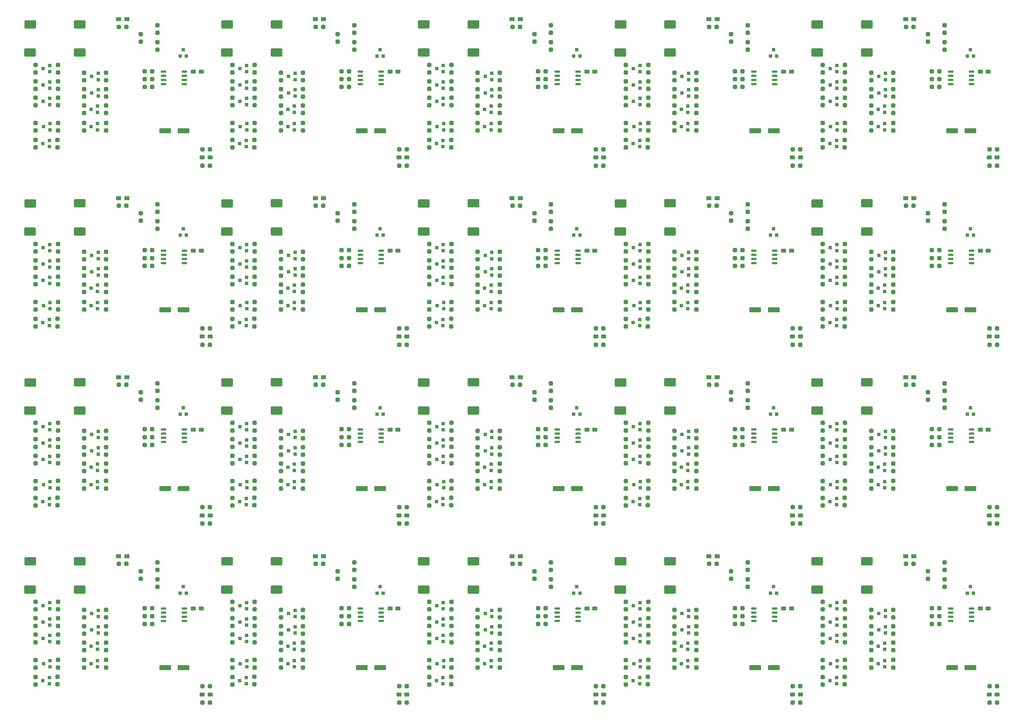
<source format=gbr>
%TF.GenerationSoftware,KiCad,Pcbnew,8.0.4*%
%TF.CreationDate,2024-11-04T15:19:49+09:00*%
%TF.ProjectId,L-SEAT V2.0,4c2d5345-4154-4205-9632-2e302e6b6963,rev?*%
%TF.SameCoordinates,Original*%
%TF.FileFunction,Paste,Top*%
%TF.FilePolarity,Positive*%
%FSLAX46Y46*%
G04 Gerber Fmt 4.6, Leading zero omitted, Abs format (unit mm)*
G04 Created by KiCad (PCBNEW 8.0.4) date 2024-11-04 15:19:49*
%MOMM*%
%LPD*%
G01*
G04 APERTURE LIST*
G04 Aperture macros list*
%AMRoundRect*
0 Rectangle with rounded corners*
0 $1 Rounding radius*
0 $2 $3 $4 $5 $6 $7 $8 $9 X,Y pos of 4 corners*
0 Add a 4 corners polygon primitive as box body*
4,1,4,$2,$3,$4,$5,$6,$7,$8,$9,$2,$3,0*
0 Add four circle primitives for the rounded corners*
1,1,$1+$1,$2,$3*
1,1,$1+$1,$4,$5*
1,1,$1+$1,$6,$7*
1,1,$1+$1,$8,$9*
0 Add four rect primitives between the rounded corners*
20,1,$1+$1,$2,$3,$4,$5,0*
20,1,$1+$1,$4,$5,$6,$7,0*
20,1,$1+$1,$6,$7,$8,$9,0*
20,1,$1+$1,$8,$9,$2,$3,0*%
G04 Aperture macros list end*
%ADD10RoundRect,0.325000X0.325000X-0.325000X0.325000X0.325000X-0.325000X0.325000X-0.325000X-0.325000X0*%
%ADD11R,1.100000X1.000000*%
%ADD12RoundRect,0.312500X-0.437500X-0.312500X0.437500X-0.312500X0.437500X0.312500X-0.437500X0.312500X0*%
%ADD13RoundRect,0.325000X-0.325000X-0.325000X0.325000X-0.325000X0.325000X0.325000X-0.325000X0.325000X0*%
%ADD14RoundRect,0.325000X-0.325000X0.325000X-0.325000X-0.325000X0.325000X-0.325000X0.325000X0.325000X0*%
%ADD15RoundRect,0.300000X-1.450000X-0.950000X1.450000X-0.950000X1.450000X0.950000X-1.450000X0.950000X0*%
%ADD16RoundRect,0.163800X-0.711200X-0.136200X0.711200X-0.136200X0.711200X0.136200X-0.711200X0.136200X0*%
%ADD17RoundRect,0.325000X0.325000X0.325000X-0.325000X0.325000X-0.325000X-0.325000X0.325000X-0.325000X0*%
%ADD18RoundRect,0.250000X1.500000X0.550000X-1.500000X0.550000X-1.500000X-0.550000X1.500000X-0.550000X0*%
%ADD19R,1.000000X1.100000*%
%ADD20R,1.500000X1.250000*%
G04 APERTURE END LIST*
D10*
%TO.C,R14*%
X301495000Y-240190000D03*
X301495000Y-237890000D03*
%TD*%
%TO.C,R16*%
X301495000Y-245190000D03*
X301495000Y-242890000D03*
%TD*%
%TO.C,R13*%
X301495000Y-235190000D03*
X301495000Y-232890000D03*
%TD*%
D11*
%TO.C,Q4*%
X284295000Y-237600000D03*
X284295000Y-235700000D03*
X282295000Y-236650000D03*
%TD*%
%TO.C,Q11*%
X298895000Y-250300000D03*
X298895000Y-248400000D03*
X296895000Y-249350000D03*
%TD*%
D10*
%TO.C,R44*%
X317145000Y-220740000D03*
X317145000Y-218440000D03*
%TD*%
D11*
%TO.C,Q7*%
X299095000Y-239990000D03*
X299095000Y-238090000D03*
X297095000Y-239040000D03*
%TD*%
D12*
%TO.C,C10*%
X330795000Y-258740000D03*
X333195000Y-258740000D03*
%TD*%
D10*
%TO.C,R9*%
X286795000Y-242800000D03*
X286795000Y-240500000D03*
%TD*%
%TO.C,R8*%
X286795000Y-237800000D03*
X286795000Y-235500000D03*
%TD*%
%TO.C,R1*%
X286795000Y-232800000D03*
X286795000Y-230500000D03*
%TD*%
D13*
%TO.C,R2*%
X305390000Y-218890000D03*
X307690000Y-218890000D03*
%TD*%
D14*
%TO.C,R46*%
X312090000Y-221130000D03*
X312090000Y-223430000D03*
%TD*%
D10*
%TO.C,R19*%
X294795000Y-235190000D03*
X294795000Y-232890000D03*
%TD*%
D11*
%TO.C,Q6*%
X299095000Y-234990000D03*
X299095000Y-233090000D03*
X297095000Y-234040000D03*
%TD*%
%TO.C,Q10*%
X284200000Y-255450000D03*
X284200000Y-253550000D03*
X282200000Y-254500000D03*
%TD*%
D15*
%TO.C,MO2*%
X278350000Y-218150000D03*
X278320000Y-226720000D03*
X293450000Y-218130000D03*
X293450000Y-226720000D03*
%TD*%
D10*
%TO.C,R15*%
X294795000Y-245190000D03*
X294795000Y-242890000D03*
%TD*%
%TO.C,R10*%
X279995000Y-232800000D03*
X279995000Y-230500000D03*
%TD*%
%TO.C,R24*%
X301495000Y-250500000D03*
X301495000Y-248200000D03*
%TD*%
D16*
%TO.C,U4*%
X319020000Y-232535000D03*
X319020000Y-233805000D03*
X319020000Y-235075000D03*
X319020000Y-236345000D03*
X325370000Y-236345000D03*
X325370000Y-235075000D03*
X325370000Y-233805000D03*
X325370000Y-232535000D03*
%TD*%
D10*
%TO.C,R45*%
X317145000Y-225890000D03*
X317145000Y-223590000D03*
%TD*%
D14*
%TO.C,R17*%
X280000000Y-248250000D03*
X280000000Y-250550000D03*
%TD*%
D17*
%TO.C,R42*%
X315545000Y-234840000D03*
X313245000Y-234840000D03*
%TD*%
D11*
%TO.C,Q1*%
X284295000Y-232600000D03*
X284295000Y-230700000D03*
X282295000Y-231650000D03*
%TD*%
D18*
%TO.C,C9*%
X325070000Y-250570000D03*
X319470000Y-250570000D03*
%TD*%
D11*
%TO.C,Q5*%
X284295000Y-242600000D03*
X284295000Y-240700000D03*
X282295000Y-241650000D03*
%TD*%
D12*
%TO.C,C3*%
X328095000Y-232540000D03*
X330495000Y-232540000D03*
%TD*%
D10*
%TO.C,R11*%
X279995000Y-237800000D03*
X279995000Y-235500000D03*
%TD*%
D14*
%TO.C,R21*%
X280000000Y-253400000D03*
X280000000Y-255700000D03*
%TD*%
D19*
%TO.C,D3*%
X324075000Y-227850000D03*
X325975000Y-227850000D03*
X325025000Y-225850000D03*
%TD*%
D17*
%TO.C,R3*%
X333145000Y-261240000D03*
X330845000Y-261240000D03*
%TD*%
D10*
%TO.C,R22*%
X286700000Y-255650000D03*
X286700000Y-253350000D03*
%TD*%
%TO.C,R20*%
X294795000Y-240190000D03*
X294795000Y-237890000D03*
%TD*%
%TO.C,R18*%
X286800000Y-250500000D03*
X286800000Y-248200000D03*
%TD*%
D17*
%TO.C,R43*%
X315545000Y-232440000D03*
X313245000Y-232440000D03*
%TD*%
D10*
%TO.C,R23*%
X294795000Y-250500000D03*
X294795000Y-248200000D03*
%TD*%
D20*
%TO.C,D2*%
X305290000Y-216560000D03*
X307790000Y-216560000D03*
%TD*%
D13*
%TO.C,R5*%
X330845000Y-256240000D03*
X333145000Y-256240000D03*
%TD*%
D17*
%TO.C,R41*%
X315545000Y-237240000D03*
X313245000Y-237240000D03*
%TD*%
D10*
%TO.C,R12*%
X279995000Y-242800000D03*
X279995000Y-240500000D03*
%TD*%
D11*
%TO.C,Q8*%
X298895000Y-244990000D03*
X298895000Y-243090000D03*
X296895000Y-244040000D03*
%TD*%
%TO.C,Q9*%
X284400000Y-250300000D03*
X284400000Y-248400000D03*
X282400000Y-249350000D03*
%TD*%
D10*
%TO.C,R14*%
X241495000Y-240190000D03*
X241495000Y-237890000D03*
%TD*%
%TO.C,R16*%
X241495000Y-245190000D03*
X241495000Y-242890000D03*
%TD*%
%TO.C,R13*%
X241495000Y-235190000D03*
X241495000Y-232890000D03*
%TD*%
D11*
%TO.C,Q4*%
X224295000Y-237600000D03*
X224295000Y-235700000D03*
X222295000Y-236650000D03*
%TD*%
%TO.C,Q11*%
X238895000Y-250300000D03*
X238895000Y-248400000D03*
X236895000Y-249350000D03*
%TD*%
D10*
%TO.C,R44*%
X257145000Y-220740000D03*
X257145000Y-218440000D03*
%TD*%
D11*
%TO.C,Q7*%
X239095000Y-239990000D03*
X239095000Y-238090000D03*
X237095000Y-239040000D03*
%TD*%
D12*
%TO.C,C10*%
X270795000Y-258740000D03*
X273195000Y-258740000D03*
%TD*%
D10*
%TO.C,R9*%
X226795000Y-242800000D03*
X226795000Y-240500000D03*
%TD*%
%TO.C,R8*%
X226795000Y-237800000D03*
X226795000Y-235500000D03*
%TD*%
%TO.C,R1*%
X226795000Y-232800000D03*
X226795000Y-230500000D03*
%TD*%
D13*
%TO.C,R2*%
X245390000Y-218890000D03*
X247690000Y-218890000D03*
%TD*%
D14*
%TO.C,R46*%
X252090000Y-221130000D03*
X252090000Y-223430000D03*
%TD*%
D10*
%TO.C,R19*%
X234795000Y-235190000D03*
X234795000Y-232890000D03*
%TD*%
D11*
%TO.C,Q6*%
X239095000Y-234990000D03*
X239095000Y-233090000D03*
X237095000Y-234040000D03*
%TD*%
%TO.C,Q10*%
X224200000Y-255450000D03*
X224200000Y-253550000D03*
X222200000Y-254500000D03*
%TD*%
D15*
%TO.C,MO2*%
X218350000Y-218150000D03*
X218320000Y-226720000D03*
X233450000Y-218130000D03*
X233450000Y-226720000D03*
%TD*%
D10*
%TO.C,R15*%
X234795000Y-245190000D03*
X234795000Y-242890000D03*
%TD*%
%TO.C,R10*%
X219995000Y-232800000D03*
X219995000Y-230500000D03*
%TD*%
%TO.C,R24*%
X241495000Y-250500000D03*
X241495000Y-248200000D03*
%TD*%
D16*
%TO.C,U4*%
X259020000Y-232535000D03*
X259020000Y-233805000D03*
X259020000Y-235075000D03*
X259020000Y-236345000D03*
X265370000Y-236345000D03*
X265370000Y-235075000D03*
X265370000Y-233805000D03*
X265370000Y-232535000D03*
%TD*%
D10*
%TO.C,R45*%
X257145000Y-225890000D03*
X257145000Y-223590000D03*
%TD*%
D14*
%TO.C,R17*%
X220000000Y-248250000D03*
X220000000Y-250550000D03*
%TD*%
D17*
%TO.C,R42*%
X255545000Y-234840000D03*
X253245000Y-234840000D03*
%TD*%
D11*
%TO.C,Q1*%
X224295000Y-232600000D03*
X224295000Y-230700000D03*
X222295000Y-231650000D03*
%TD*%
D18*
%TO.C,C9*%
X265070000Y-250570000D03*
X259470000Y-250570000D03*
%TD*%
D11*
%TO.C,Q5*%
X224295000Y-242600000D03*
X224295000Y-240700000D03*
X222295000Y-241650000D03*
%TD*%
D12*
%TO.C,C3*%
X268095000Y-232540000D03*
X270495000Y-232540000D03*
%TD*%
D10*
%TO.C,R11*%
X219995000Y-237800000D03*
X219995000Y-235500000D03*
%TD*%
D14*
%TO.C,R21*%
X220000000Y-253400000D03*
X220000000Y-255700000D03*
%TD*%
D19*
%TO.C,D3*%
X264075000Y-227850000D03*
X265975000Y-227850000D03*
X265025000Y-225850000D03*
%TD*%
D17*
%TO.C,R3*%
X273145000Y-261240000D03*
X270845000Y-261240000D03*
%TD*%
D10*
%TO.C,R22*%
X226700000Y-255650000D03*
X226700000Y-253350000D03*
%TD*%
%TO.C,R20*%
X234795000Y-240190000D03*
X234795000Y-237890000D03*
%TD*%
%TO.C,R18*%
X226800000Y-250500000D03*
X226800000Y-248200000D03*
%TD*%
D17*
%TO.C,R43*%
X255545000Y-232440000D03*
X253245000Y-232440000D03*
%TD*%
D10*
%TO.C,R23*%
X234795000Y-250500000D03*
X234795000Y-248200000D03*
%TD*%
D20*
%TO.C,D2*%
X245290000Y-216560000D03*
X247790000Y-216560000D03*
%TD*%
D13*
%TO.C,R5*%
X270845000Y-256240000D03*
X273145000Y-256240000D03*
%TD*%
D17*
%TO.C,R41*%
X255545000Y-237240000D03*
X253245000Y-237240000D03*
%TD*%
D10*
%TO.C,R12*%
X219995000Y-242800000D03*
X219995000Y-240500000D03*
%TD*%
D11*
%TO.C,Q8*%
X238895000Y-244990000D03*
X238895000Y-243090000D03*
X236895000Y-244040000D03*
%TD*%
%TO.C,Q9*%
X224400000Y-250300000D03*
X224400000Y-248400000D03*
X222400000Y-249350000D03*
%TD*%
D10*
%TO.C,R14*%
X181495000Y-240190000D03*
X181495000Y-237890000D03*
%TD*%
%TO.C,R16*%
X181495000Y-245190000D03*
X181495000Y-242890000D03*
%TD*%
%TO.C,R13*%
X181495000Y-235190000D03*
X181495000Y-232890000D03*
%TD*%
D11*
%TO.C,Q4*%
X164295000Y-237600000D03*
X164295000Y-235700000D03*
X162295000Y-236650000D03*
%TD*%
%TO.C,Q11*%
X178895000Y-250300000D03*
X178895000Y-248400000D03*
X176895000Y-249350000D03*
%TD*%
D10*
%TO.C,R44*%
X197145000Y-220740000D03*
X197145000Y-218440000D03*
%TD*%
D11*
%TO.C,Q7*%
X179095000Y-239990000D03*
X179095000Y-238090000D03*
X177095000Y-239040000D03*
%TD*%
D12*
%TO.C,C10*%
X210795000Y-258740000D03*
X213195000Y-258740000D03*
%TD*%
D10*
%TO.C,R9*%
X166795000Y-242800000D03*
X166795000Y-240500000D03*
%TD*%
%TO.C,R8*%
X166795000Y-237800000D03*
X166795000Y-235500000D03*
%TD*%
%TO.C,R1*%
X166795000Y-232800000D03*
X166795000Y-230500000D03*
%TD*%
D13*
%TO.C,R2*%
X185390000Y-218890000D03*
X187690000Y-218890000D03*
%TD*%
D14*
%TO.C,R46*%
X192090000Y-221130000D03*
X192090000Y-223430000D03*
%TD*%
D10*
%TO.C,R19*%
X174795000Y-235190000D03*
X174795000Y-232890000D03*
%TD*%
D11*
%TO.C,Q6*%
X179095000Y-234990000D03*
X179095000Y-233090000D03*
X177095000Y-234040000D03*
%TD*%
%TO.C,Q10*%
X164200000Y-255450000D03*
X164200000Y-253550000D03*
X162200000Y-254500000D03*
%TD*%
D15*
%TO.C,MO2*%
X158350000Y-218150000D03*
X158320000Y-226720000D03*
X173450000Y-218130000D03*
X173450000Y-226720000D03*
%TD*%
D10*
%TO.C,R15*%
X174795000Y-245190000D03*
X174795000Y-242890000D03*
%TD*%
%TO.C,R10*%
X159995000Y-232800000D03*
X159995000Y-230500000D03*
%TD*%
%TO.C,R24*%
X181495000Y-250500000D03*
X181495000Y-248200000D03*
%TD*%
D16*
%TO.C,U4*%
X199020000Y-232535000D03*
X199020000Y-233805000D03*
X199020000Y-235075000D03*
X199020000Y-236345000D03*
X205370000Y-236345000D03*
X205370000Y-235075000D03*
X205370000Y-233805000D03*
X205370000Y-232535000D03*
%TD*%
D10*
%TO.C,R45*%
X197145000Y-225890000D03*
X197145000Y-223590000D03*
%TD*%
D14*
%TO.C,R17*%
X160000000Y-248250000D03*
X160000000Y-250550000D03*
%TD*%
D17*
%TO.C,R42*%
X195545000Y-234840000D03*
X193245000Y-234840000D03*
%TD*%
D11*
%TO.C,Q1*%
X164295000Y-232600000D03*
X164295000Y-230700000D03*
X162295000Y-231650000D03*
%TD*%
D18*
%TO.C,C9*%
X205070000Y-250570000D03*
X199470000Y-250570000D03*
%TD*%
D11*
%TO.C,Q5*%
X164295000Y-242600000D03*
X164295000Y-240700000D03*
X162295000Y-241650000D03*
%TD*%
D12*
%TO.C,C3*%
X208095000Y-232540000D03*
X210495000Y-232540000D03*
%TD*%
D10*
%TO.C,R11*%
X159995000Y-237800000D03*
X159995000Y-235500000D03*
%TD*%
D14*
%TO.C,R21*%
X160000000Y-253400000D03*
X160000000Y-255700000D03*
%TD*%
D19*
%TO.C,D3*%
X204075000Y-227850000D03*
X205975000Y-227850000D03*
X205025000Y-225850000D03*
%TD*%
D17*
%TO.C,R3*%
X213145000Y-261240000D03*
X210845000Y-261240000D03*
%TD*%
D10*
%TO.C,R22*%
X166700000Y-255650000D03*
X166700000Y-253350000D03*
%TD*%
%TO.C,R20*%
X174795000Y-240190000D03*
X174795000Y-237890000D03*
%TD*%
%TO.C,R18*%
X166800000Y-250500000D03*
X166800000Y-248200000D03*
%TD*%
D17*
%TO.C,R43*%
X195545000Y-232440000D03*
X193245000Y-232440000D03*
%TD*%
D10*
%TO.C,R23*%
X174795000Y-250500000D03*
X174795000Y-248200000D03*
%TD*%
D20*
%TO.C,D2*%
X185290000Y-216560000D03*
X187790000Y-216560000D03*
%TD*%
D13*
%TO.C,R5*%
X210845000Y-256240000D03*
X213145000Y-256240000D03*
%TD*%
D17*
%TO.C,R41*%
X195545000Y-237240000D03*
X193245000Y-237240000D03*
%TD*%
D10*
%TO.C,R12*%
X159995000Y-242800000D03*
X159995000Y-240500000D03*
%TD*%
D11*
%TO.C,Q8*%
X178895000Y-244990000D03*
X178895000Y-243090000D03*
X176895000Y-244040000D03*
%TD*%
%TO.C,Q9*%
X164400000Y-250300000D03*
X164400000Y-248400000D03*
X162400000Y-249350000D03*
%TD*%
D10*
%TO.C,R14*%
X121495000Y-240190000D03*
X121495000Y-237890000D03*
%TD*%
%TO.C,R16*%
X121495000Y-245190000D03*
X121495000Y-242890000D03*
%TD*%
%TO.C,R13*%
X121495000Y-235190000D03*
X121495000Y-232890000D03*
%TD*%
D11*
%TO.C,Q4*%
X104295000Y-237600000D03*
X104295000Y-235700000D03*
X102295000Y-236650000D03*
%TD*%
%TO.C,Q11*%
X118895000Y-250300000D03*
X118895000Y-248400000D03*
X116895000Y-249350000D03*
%TD*%
D10*
%TO.C,R44*%
X137145000Y-220740000D03*
X137145000Y-218440000D03*
%TD*%
D11*
%TO.C,Q7*%
X119095000Y-239990000D03*
X119095000Y-238090000D03*
X117095000Y-239040000D03*
%TD*%
D12*
%TO.C,C10*%
X150795000Y-258740000D03*
X153195000Y-258740000D03*
%TD*%
D10*
%TO.C,R9*%
X106795000Y-242800000D03*
X106795000Y-240500000D03*
%TD*%
%TO.C,R8*%
X106795000Y-237800000D03*
X106795000Y-235500000D03*
%TD*%
%TO.C,R1*%
X106795000Y-232800000D03*
X106795000Y-230500000D03*
%TD*%
D13*
%TO.C,R2*%
X125390000Y-218890000D03*
X127690000Y-218890000D03*
%TD*%
D14*
%TO.C,R46*%
X132090000Y-221130000D03*
X132090000Y-223430000D03*
%TD*%
D10*
%TO.C,R19*%
X114795000Y-235190000D03*
X114795000Y-232890000D03*
%TD*%
D11*
%TO.C,Q6*%
X119095000Y-234990000D03*
X119095000Y-233090000D03*
X117095000Y-234040000D03*
%TD*%
%TO.C,Q10*%
X104200000Y-255450000D03*
X104200000Y-253550000D03*
X102200000Y-254500000D03*
%TD*%
D15*
%TO.C,MO2*%
X98350000Y-218150000D03*
X98320000Y-226720000D03*
X113450000Y-218130000D03*
X113450000Y-226720000D03*
%TD*%
D10*
%TO.C,R15*%
X114795000Y-245190000D03*
X114795000Y-242890000D03*
%TD*%
%TO.C,R10*%
X99995000Y-232800000D03*
X99995000Y-230500000D03*
%TD*%
%TO.C,R24*%
X121495000Y-250500000D03*
X121495000Y-248200000D03*
%TD*%
D16*
%TO.C,U4*%
X139020000Y-232535000D03*
X139020000Y-233805000D03*
X139020000Y-235075000D03*
X139020000Y-236345000D03*
X145370000Y-236345000D03*
X145370000Y-235075000D03*
X145370000Y-233805000D03*
X145370000Y-232535000D03*
%TD*%
D10*
%TO.C,R45*%
X137145000Y-225890000D03*
X137145000Y-223590000D03*
%TD*%
D14*
%TO.C,R17*%
X100000000Y-248250000D03*
X100000000Y-250550000D03*
%TD*%
D17*
%TO.C,R42*%
X135545000Y-234840000D03*
X133245000Y-234840000D03*
%TD*%
D11*
%TO.C,Q1*%
X104295000Y-232600000D03*
X104295000Y-230700000D03*
X102295000Y-231650000D03*
%TD*%
D18*
%TO.C,C9*%
X145070000Y-250570000D03*
X139470000Y-250570000D03*
%TD*%
D11*
%TO.C,Q5*%
X104295000Y-242600000D03*
X104295000Y-240700000D03*
X102295000Y-241650000D03*
%TD*%
D12*
%TO.C,C3*%
X148095000Y-232540000D03*
X150495000Y-232540000D03*
%TD*%
D10*
%TO.C,R11*%
X99995000Y-237800000D03*
X99995000Y-235500000D03*
%TD*%
D14*
%TO.C,R21*%
X100000000Y-253400000D03*
X100000000Y-255700000D03*
%TD*%
D19*
%TO.C,D3*%
X144075000Y-227850000D03*
X145975000Y-227850000D03*
X145025000Y-225850000D03*
%TD*%
D17*
%TO.C,R3*%
X153145000Y-261240000D03*
X150845000Y-261240000D03*
%TD*%
D10*
%TO.C,R22*%
X106700000Y-255650000D03*
X106700000Y-253350000D03*
%TD*%
%TO.C,R20*%
X114795000Y-240190000D03*
X114795000Y-237890000D03*
%TD*%
%TO.C,R18*%
X106800000Y-250500000D03*
X106800000Y-248200000D03*
%TD*%
D17*
%TO.C,R43*%
X135545000Y-232440000D03*
X133245000Y-232440000D03*
%TD*%
D10*
%TO.C,R23*%
X114795000Y-250500000D03*
X114795000Y-248200000D03*
%TD*%
D20*
%TO.C,D2*%
X125290000Y-216560000D03*
X127790000Y-216560000D03*
%TD*%
D13*
%TO.C,R5*%
X150845000Y-256240000D03*
X153145000Y-256240000D03*
%TD*%
D17*
%TO.C,R41*%
X135545000Y-237240000D03*
X133245000Y-237240000D03*
%TD*%
D10*
%TO.C,R12*%
X99995000Y-242800000D03*
X99995000Y-240500000D03*
%TD*%
D11*
%TO.C,Q8*%
X118895000Y-244990000D03*
X118895000Y-243090000D03*
X116895000Y-244040000D03*
%TD*%
%TO.C,Q9*%
X104400000Y-250300000D03*
X104400000Y-248400000D03*
X102400000Y-249350000D03*
%TD*%
D10*
%TO.C,R14*%
X61495000Y-240190000D03*
X61495000Y-237890000D03*
%TD*%
%TO.C,R16*%
X61495000Y-245190000D03*
X61495000Y-242890000D03*
%TD*%
%TO.C,R13*%
X61495000Y-235190000D03*
X61495000Y-232890000D03*
%TD*%
D11*
%TO.C,Q4*%
X44295000Y-237600000D03*
X44295000Y-235700000D03*
X42295000Y-236650000D03*
%TD*%
%TO.C,Q11*%
X58895000Y-250300000D03*
X58895000Y-248400000D03*
X56895000Y-249350000D03*
%TD*%
D10*
%TO.C,R44*%
X77145000Y-220740000D03*
X77145000Y-218440000D03*
%TD*%
D11*
%TO.C,Q7*%
X59095000Y-239990000D03*
X59095000Y-238090000D03*
X57095000Y-239040000D03*
%TD*%
D12*
%TO.C,C10*%
X90795000Y-258740000D03*
X93195000Y-258740000D03*
%TD*%
D10*
%TO.C,R9*%
X46795000Y-242800000D03*
X46795000Y-240500000D03*
%TD*%
%TO.C,R8*%
X46795000Y-237800000D03*
X46795000Y-235500000D03*
%TD*%
%TO.C,R1*%
X46795000Y-232800000D03*
X46795000Y-230500000D03*
%TD*%
D13*
%TO.C,R2*%
X65390000Y-218890000D03*
X67690000Y-218890000D03*
%TD*%
D14*
%TO.C,R46*%
X72090000Y-221130000D03*
X72090000Y-223430000D03*
%TD*%
D10*
%TO.C,R19*%
X54795000Y-235190000D03*
X54795000Y-232890000D03*
%TD*%
D11*
%TO.C,Q6*%
X59095000Y-234990000D03*
X59095000Y-233090000D03*
X57095000Y-234040000D03*
%TD*%
%TO.C,Q10*%
X44200000Y-255450000D03*
X44200000Y-253550000D03*
X42200000Y-254500000D03*
%TD*%
D15*
%TO.C,MO2*%
X38350000Y-218150000D03*
X38320000Y-226720000D03*
X53450000Y-218130000D03*
X53450000Y-226720000D03*
%TD*%
D10*
%TO.C,R15*%
X54795000Y-245190000D03*
X54795000Y-242890000D03*
%TD*%
%TO.C,R10*%
X39995000Y-232800000D03*
X39995000Y-230500000D03*
%TD*%
%TO.C,R24*%
X61495000Y-250500000D03*
X61495000Y-248200000D03*
%TD*%
D16*
%TO.C,U4*%
X79020000Y-232535000D03*
X79020000Y-233805000D03*
X79020000Y-235075000D03*
X79020000Y-236345000D03*
X85370000Y-236345000D03*
X85370000Y-235075000D03*
X85370000Y-233805000D03*
X85370000Y-232535000D03*
%TD*%
D10*
%TO.C,R45*%
X77145000Y-225890000D03*
X77145000Y-223590000D03*
%TD*%
D14*
%TO.C,R17*%
X40000000Y-248250000D03*
X40000000Y-250550000D03*
%TD*%
D17*
%TO.C,R42*%
X75545000Y-234840000D03*
X73245000Y-234840000D03*
%TD*%
D11*
%TO.C,Q1*%
X44295000Y-232600000D03*
X44295000Y-230700000D03*
X42295000Y-231650000D03*
%TD*%
D18*
%TO.C,C9*%
X85070000Y-250570000D03*
X79470000Y-250570000D03*
%TD*%
D11*
%TO.C,Q5*%
X44295000Y-242600000D03*
X44295000Y-240700000D03*
X42295000Y-241650000D03*
%TD*%
D12*
%TO.C,C3*%
X88095000Y-232540000D03*
X90495000Y-232540000D03*
%TD*%
D10*
%TO.C,R11*%
X39995000Y-237800000D03*
X39995000Y-235500000D03*
%TD*%
D14*
%TO.C,R21*%
X40000000Y-253400000D03*
X40000000Y-255700000D03*
%TD*%
D19*
%TO.C,D3*%
X84075000Y-227850000D03*
X85975000Y-227850000D03*
X85025000Y-225850000D03*
%TD*%
D17*
%TO.C,R3*%
X93145000Y-261240000D03*
X90845000Y-261240000D03*
%TD*%
D10*
%TO.C,R22*%
X46700000Y-255650000D03*
X46700000Y-253350000D03*
%TD*%
%TO.C,R20*%
X54795000Y-240190000D03*
X54795000Y-237890000D03*
%TD*%
%TO.C,R18*%
X46800000Y-250500000D03*
X46800000Y-248200000D03*
%TD*%
D17*
%TO.C,R43*%
X75545000Y-232440000D03*
X73245000Y-232440000D03*
%TD*%
D10*
%TO.C,R23*%
X54795000Y-250500000D03*
X54795000Y-248200000D03*
%TD*%
D20*
%TO.C,D2*%
X65290000Y-216560000D03*
X67790000Y-216560000D03*
%TD*%
D13*
%TO.C,R5*%
X90845000Y-256240000D03*
X93145000Y-256240000D03*
%TD*%
D17*
%TO.C,R41*%
X75545000Y-237240000D03*
X73245000Y-237240000D03*
%TD*%
D10*
%TO.C,R12*%
X39995000Y-242800000D03*
X39995000Y-240500000D03*
%TD*%
D11*
%TO.C,Q8*%
X58895000Y-244990000D03*
X58895000Y-243090000D03*
X56895000Y-244040000D03*
%TD*%
%TO.C,Q9*%
X44400000Y-250300000D03*
X44400000Y-248400000D03*
X42400000Y-249350000D03*
%TD*%
D10*
%TO.C,R14*%
X301495000Y-185590000D03*
X301495000Y-183290000D03*
%TD*%
%TO.C,R16*%
X301495000Y-190590000D03*
X301495000Y-188290000D03*
%TD*%
%TO.C,R13*%
X301495000Y-180590000D03*
X301495000Y-178290000D03*
%TD*%
D11*
%TO.C,Q4*%
X284295000Y-183000000D03*
X284295000Y-181100000D03*
X282295000Y-182050000D03*
%TD*%
%TO.C,Q11*%
X298895000Y-195700000D03*
X298895000Y-193800000D03*
X296895000Y-194750000D03*
%TD*%
D10*
%TO.C,R44*%
X317145000Y-166140000D03*
X317145000Y-163840000D03*
%TD*%
D11*
%TO.C,Q7*%
X299095000Y-185390000D03*
X299095000Y-183490000D03*
X297095000Y-184440000D03*
%TD*%
D12*
%TO.C,C10*%
X330795000Y-204140000D03*
X333195000Y-204140000D03*
%TD*%
D10*
%TO.C,R9*%
X286795000Y-188200000D03*
X286795000Y-185900000D03*
%TD*%
%TO.C,R8*%
X286795000Y-183200000D03*
X286795000Y-180900000D03*
%TD*%
%TO.C,R1*%
X286795000Y-178200000D03*
X286795000Y-175900000D03*
%TD*%
D13*
%TO.C,R2*%
X305390000Y-164290000D03*
X307690000Y-164290000D03*
%TD*%
D14*
%TO.C,R46*%
X312090000Y-166530000D03*
X312090000Y-168830000D03*
%TD*%
D10*
%TO.C,R19*%
X294795000Y-180590000D03*
X294795000Y-178290000D03*
%TD*%
D11*
%TO.C,Q6*%
X299095000Y-180390000D03*
X299095000Y-178490000D03*
X297095000Y-179440000D03*
%TD*%
%TO.C,Q10*%
X284200000Y-200850000D03*
X284200000Y-198950000D03*
X282200000Y-199900000D03*
%TD*%
D15*
%TO.C,MO2*%
X278350000Y-163550000D03*
X278320000Y-172120000D03*
X293450000Y-163530000D03*
X293450000Y-172120000D03*
%TD*%
D10*
%TO.C,R15*%
X294795000Y-190590000D03*
X294795000Y-188290000D03*
%TD*%
%TO.C,R10*%
X279995000Y-178200000D03*
X279995000Y-175900000D03*
%TD*%
%TO.C,R24*%
X301495000Y-195900000D03*
X301495000Y-193600000D03*
%TD*%
D16*
%TO.C,U4*%
X319020000Y-177935000D03*
X319020000Y-179205000D03*
X319020000Y-180475000D03*
X319020000Y-181745000D03*
X325370000Y-181745000D03*
X325370000Y-180475000D03*
X325370000Y-179205000D03*
X325370000Y-177935000D03*
%TD*%
D10*
%TO.C,R45*%
X317145000Y-171290000D03*
X317145000Y-168990000D03*
%TD*%
D14*
%TO.C,R17*%
X280000000Y-193650000D03*
X280000000Y-195950000D03*
%TD*%
D17*
%TO.C,R42*%
X315545000Y-180240000D03*
X313245000Y-180240000D03*
%TD*%
D11*
%TO.C,Q1*%
X284295000Y-178000000D03*
X284295000Y-176100000D03*
X282295000Y-177050000D03*
%TD*%
D18*
%TO.C,C9*%
X325070000Y-195970000D03*
X319470000Y-195970000D03*
%TD*%
D11*
%TO.C,Q5*%
X284295000Y-188000000D03*
X284295000Y-186100000D03*
X282295000Y-187050000D03*
%TD*%
D12*
%TO.C,C3*%
X328095000Y-177940000D03*
X330495000Y-177940000D03*
%TD*%
D10*
%TO.C,R11*%
X279995000Y-183200000D03*
X279995000Y-180900000D03*
%TD*%
D14*
%TO.C,R21*%
X280000000Y-198800000D03*
X280000000Y-201100000D03*
%TD*%
D19*
%TO.C,D3*%
X324075000Y-173250000D03*
X325975000Y-173250000D03*
X325025000Y-171250000D03*
%TD*%
D17*
%TO.C,R3*%
X333145000Y-206640000D03*
X330845000Y-206640000D03*
%TD*%
D10*
%TO.C,R22*%
X286700000Y-201050000D03*
X286700000Y-198750000D03*
%TD*%
%TO.C,R20*%
X294795000Y-185590000D03*
X294795000Y-183290000D03*
%TD*%
%TO.C,R18*%
X286800000Y-195900000D03*
X286800000Y-193600000D03*
%TD*%
D17*
%TO.C,R43*%
X315545000Y-177840000D03*
X313245000Y-177840000D03*
%TD*%
D10*
%TO.C,R23*%
X294795000Y-195900000D03*
X294795000Y-193600000D03*
%TD*%
D20*
%TO.C,D2*%
X305290000Y-161960000D03*
X307790000Y-161960000D03*
%TD*%
D13*
%TO.C,R5*%
X330845000Y-201640000D03*
X333145000Y-201640000D03*
%TD*%
D17*
%TO.C,R41*%
X315545000Y-182640000D03*
X313245000Y-182640000D03*
%TD*%
D10*
%TO.C,R12*%
X279995000Y-188200000D03*
X279995000Y-185900000D03*
%TD*%
D11*
%TO.C,Q8*%
X298895000Y-190390000D03*
X298895000Y-188490000D03*
X296895000Y-189440000D03*
%TD*%
%TO.C,Q9*%
X284400000Y-195700000D03*
X284400000Y-193800000D03*
X282400000Y-194750000D03*
%TD*%
D10*
%TO.C,R14*%
X241495000Y-185590000D03*
X241495000Y-183290000D03*
%TD*%
%TO.C,R16*%
X241495000Y-190590000D03*
X241495000Y-188290000D03*
%TD*%
%TO.C,R13*%
X241495000Y-180590000D03*
X241495000Y-178290000D03*
%TD*%
D11*
%TO.C,Q4*%
X224295000Y-183000000D03*
X224295000Y-181100000D03*
X222295000Y-182050000D03*
%TD*%
%TO.C,Q11*%
X238895000Y-195700000D03*
X238895000Y-193800000D03*
X236895000Y-194750000D03*
%TD*%
D10*
%TO.C,R44*%
X257145000Y-166140000D03*
X257145000Y-163840000D03*
%TD*%
D11*
%TO.C,Q7*%
X239095000Y-185390000D03*
X239095000Y-183490000D03*
X237095000Y-184440000D03*
%TD*%
D12*
%TO.C,C10*%
X270795000Y-204140000D03*
X273195000Y-204140000D03*
%TD*%
D10*
%TO.C,R9*%
X226795000Y-188200000D03*
X226795000Y-185900000D03*
%TD*%
%TO.C,R8*%
X226795000Y-183200000D03*
X226795000Y-180900000D03*
%TD*%
%TO.C,R1*%
X226795000Y-178200000D03*
X226795000Y-175900000D03*
%TD*%
D13*
%TO.C,R2*%
X245390000Y-164290000D03*
X247690000Y-164290000D03*
%TD*%
D14*
%TO.C,R46*%
X252090000Y-166530000D03*
X252090000Y-168830000D03*
%TD*%
D10*
%TO.C,R19*%
X234795000Y-180590000D03*
X234795000Y-178290000D03*
%TD*%
D11*
%TO.C,Q6*%
X239095000Y-180390000D03*
X239095000Y-178490000D03*
X237095000Y-179440000D03*
%TD*%
%TO.C,Q10*%
X224200000Y-200850000D03*
X224200000Y-198950000D03*
X222200000Y-199900000D03*
%TD*%
D15*
%TO.C,MO2*%
X218350000Y-163550000D03*
X218320000Y-172120000D03*
X233450000Y-163530000D03*
X233450000Y-172120000D03*
%TD*%
D10*
%TO.C,R15*%
X234795000Y-190590000D03*
X234795000Y-188290000D03*
%TD*%
%TO.C,R10*%
X219995000Y-178200000D03*
X219995000Y-175900000D03*
%TD*%
%TO.C,R24*%
X241495000Y-195900000D03*
X241495000Y-193600000D03*
%TD*%
D16*
%TO.C,U4*%
X259020000Y-177935000D03*
X259020000Y-179205000D03*
X259020000Y-180475000D03*
X259020000Y-181745000D03*
X265370000Y-181745000D03*
X265370000Y-180475000D03*
X265370000Y-179205000D03*
X265370000Y-177935000D03*
%TD*%
D10*
%TO.C,R45*%
X257145000Y-171290000D03*
X257145000Y-168990000D03*
%TD*%
D14*
%TO.C,R17*%
X220000000Y-193650000D03*
X220000000Y-195950000D03*
%TD*%
D17*
%TO.C,R42*%
X255545000Y-180240000D03*
X253245000Y-180240000D03*
%TD*%
D11*
%TO.C,Q1*%
X224295000Y-178000000D03*
X224295000Y-176100000D03*
X222295000Y-177050000D03*
%TD*%
D18*
%TO.C,C9*%
X265070000Y-195970000D03*
X259470000Y-195970000D03*
%TD*%
D11*
%TO.C,Q5*%
X224295000Y-188000000D03*
X224295000Y-186100000D03*
X222295000Y-187050000D03*
%TD*%
D12*
%TO.C,C3*%
X268095000Y-177940000D03*
X270495000Y-177940000D03*
%TD*%
D10*
%TO.C,R11*%
X219995000Y-183200000D03*
X219995000Y-180900000D03*
%TD*%
D14*
%TO.C,R21*%
X220000000Y-198800000D03*
X220000000Y-201100000D03*
%TD*%
D19*
%TO.C,D3*%
X264075000Y-173250000D03*
X265975000Y-173250000D03*
X265025000Y-171250000D03*
%TD*%
D17*
%TO.C,R3*%
X273145000Y-206640000D03*
X270845000Y-206640000D03*
%TD*%
D10*
%TO.C,R22*%
X226700000Y-201050000D03*
X226700000Y-198750000D03*
%TD*%
%TO.C,R20*%
X234795000Y-185590000D03*
X234795000Y-183290000D03*
%TD*%
%TO.C,R18*%
X226800000Y-195900000D03*
X226800000Y-193600000D03*
%TD*%
D17*
%TO.C,R43*%
X255545000Y-177840000D03*
X253245000Y-177840000D03*
%TD*%
D10*
%TO.C,R23*%
X234795000Y-195900000D03*
X234795000Y-193600000D03*
%TD*%
D20*
%TO.C,D2*%
X245290000Y-161960000D03*
X247790000Y-161960000D03*
%TD*%
D13*
%TO.C,R5*%
X270845000Y-201640000D03*
X273145000Y-201640000D03*
%TD*%
D17*
%TO.C,R41*%
X255545000Y-182640000D03*
X253245000Y-182640000D03*
%TD*%
D10*
%TO.C,R12*%
X219995000Y-188200000D03*
X219995000Y-185900000D03*
%TD*%
D11*
%TO.C,Q8*%
X238895000Y-190390000D03*
X238895000Y-188490000D03*
X236895000Y-189440000D03*
%TD*%
%TO.C,Q9*%
X224400000Y-195700000D03*
X224400000Y-193800000D03*
X222400000Y-194750000D03*
%TD*%
D10*
%TO.C,R14*%
X181495000Y-185590000D03*
X181495000Y-183290000D03*
%TD*%
%TO.C,R16*%
X181495000Y-190590000D03*
X181495000Y-188290000D03*
%TD*%
%TO.C,R13*%
X181495000Y-180590000D03*
X181495000Y-178290000D03*
%TD*%
D11*
%TO.C,Q4*%
X164295000Y-183000000D03*
X164295000Y-181100000D03*
X162295000Y-182050000D03*
%TD*%
%TO.C,Q11*%
X178895000Y-195700000D03*
X178895000Y-193800000D03*
X176895000Y-194750000D03*
%TD*%
D10*
%TO.C,R44*%
X197145000Y-166140000D03*
X197145000Y-163840000D03*
%TD*%
D11*
%TO.C,Q7*%
X179095000Y-185390000D03*
X179095000Y-183490000D03*
X177095000Y-184440000D03*
%TD*%
D12*
%TO.C,C10*%
X210795000Y-204140000D03*
X213195000Y-204140000D03*
%TD*%
D10*
%TO.C,R9*%
X166795000Y-188200000D03*
X166795000Y-185900000D03*
%TD*%
%TO.C,R8*%
X166795000Y-183200000D03*
X166795000Y-180900000D03*
%TD*%
%TO.C,R1*%
X166795000Y-178200000D03*
X166795000Y-175900000D03*
%TD*%
D13*
%TO.C,R2*%
X185390000Y-164290000D03*
X187690000Y-164290000D03*
%TD*%
D14*
%TO.C,R46*%
X192090000Y-166530000D03*
X192090000Y-168830000D03*
%TD*%
D10*
%TO.C,R19*%
X174795000Y-180590000D03*
X174795000Y-178290000D03*
%TD*%
D11*
%TO.C,Q6*%
X179095000Y-180390000D03*
X179095000Y-178490000D03*
X177095000Y-179440000D03*
%TD*%
%TO.C,Q10*%
X164200000Y-200850000D03*
X164200000Y-198950000D03*
X162200000Y-199900000D03*
%TD*%
D15*
%TO.C,MO2*%
X158350000Y-163550000D03*
X158320000Y-172120000D03*
X173450000Y-163530000D03*
X173450000Y-172120000D03*
%TD*%
D10*
%TO.C,R15*%
X174795000Y-190590000D03*
X174795000Y-188290000D03*
%TD*%
%TO.C,R10*%
X159995000Y-178200000D03*
X159995000Y-175900000D03*
%TD*%
%TO.C,R24*%
X181495000Y-195900000D03*
X181495000Y-193600000D03*
%TD*%
D16*
%TO.C,U4*%
X199020000Y-177935000D03*
X199020000Y-179205000D03*
X199020000Y-180475000D03*
X199020000Y-181745000D03*
X205370000Y-181745000D03*
X205370000Y-180475000D03*
X205370000Y-179205000D03*
X205370000Y-177935000D03*
%TD*%
D10*
%TO.C,R45*%
X197145000Y-171290000D03*
X197145000Y-168990000D03*
%TD*%
D14*
%TO.C,R17*%
X160000000Y-193650000D03*
X160000000Y-195950000D03*
%TD*%
D17*
%TO.C,R42*%
X195545000Y-180240000D03*
X193245000Y-180240000D03*
%TD*%
D11*
%TO.C,Q1*%
X164295000Y-178000000D03*
X164295000Y-176100000D03*
X162295000Y-177050000D03*
%TD*%
D18*
%TO.C,C9*%
X205070000Y-195970000D03*
X199470000Y-195970000D03*
%TD*%
D11*
%TO.C,Q5*%
X164295000Y-188000000D03*
X164295000Y-186100000D03*
X162295000Y-187050000D03*
%TD*%
D12*
%TO.C,C3*%
X208095000Y-177940000D03*
X210495000Y-177940000D03*
%TD*%
D10*
%TO.C,R11*%
X159995000Y-183200000D03*
X159995000Y-180900000D03*
%TD*%
D14*
%TO.C,R21*%
X160000000Y-198800000D03*
X160000000Y-201100000D03*
%TD*%
D19*
%TO.C,D3*%
X204075000Y-173250000D03*
X205975000Y-173250000D03*
X205025000Y-171250000D03*
%TD*%
D17*
%TO.C,R3*%
X213145000Y-206640000D03*
X210845000Y-206640000D03*
%TD*%
D10*
%TO.C,R22*%
X166700000Y-201050000D03*
X166700000Y-198750000D03*
%TD*%
%TO.C,R20*%
X174795000Y-185590000D03*
X174795000Y-183290000D03*
%TD*%
%TO.C,R18*%
X166800000Y-195900000D03*
X166800000Y-193600000D03*
%TD*%
D17*
%TO.C,R43*%
X195545000Y-177840000D03*
X193245000Y-177840000D03*
%TD*%
D10*
%TO.C,R23*%
X174795000Y-195900000D03*
X174795000Y-193600000D03*
%TD*%
D20*
%TO.C,D2*%
X185290000Y-161960000D03*
X187790000Y-161960000D03*
%TD*%
D13*
%TO.C,R5*%
X210845000Y-201640000D03*
X213145000Y-201640000D03*
%TD*%
D17*
%TO.C,R41*%
X195545000Y-182640000D03*
X193245000Y-182640000D03*
%TD*%
D10*
%TO.C,R12*%
X159995000Y-188200000D03*
X159995000Y-185900000D03*
%TD*%
D11*
%TO.C,Q8*%
X178895000Y-190390000D03*
X178895000Y-188490000D03*
X176895000Y-189440000D03*
%TD*%
%TO.C,Q9*%
X164400000Y-195700000D03*
X164400000Y-193800000D03*
X162400000Y-194750000D03*
%TD*%
D10*
%TO.C,R14*%
X121495000Y-185590000D03*
X121495000Y-183290000D03*
%TD*%
%TO.C,R16*%
X121495000Y-190590000D03*
X121495000Y-188290000D03*
%TD*%
%TO.C,R13*%
X121495000Y-180590000D03*
X121495000Y-178290000D03*
%TD*%
D11*
%TO.C,Q4*%
X104295000Y-183000000D03*
X104295000Y-181100000D03*
X102295000Y-182050000D03*
%TD*%
%TO.C,Q11*%
X118895000Y-195700000D03*
X118895000Y-193800000D03*
X116895000Y-194750000D03*
%TD*%
D10*
%TO.C,R44*%
X137145000Y-166140000D03*
X137145000Y-163840000D03*
%TD*%
D11*
%TO.C,Q7*%
X119095000Y-185390000D03*
X119095000Y-183490000D03*
X117095000Y-184440000D03*
%TD*%
D12*
%TO.C,C10*%
X150795000Y-204140000D03*
X153195000Y-204140000D03*
%TD*%
D10*
%TO.C,R9*%
X106795000Y-188200000D03*
X106795000Y-185900000D03*
%TD*%
%TO.C,R8*%
X106795000Y-183200000D03*
X106795000Y-180900000D03*
%TD*%
%TO.C,R1*%
X106795000Y-178200000D03*
X106795000Y-175900000D03*
%TD*%
D13*
%TO.C,R2*%
X125390000Y-164290000D03*
X127690000Y-164290000D03*
%TD*%
D14*
%TO.C,R46*%
X132090000Y-166530000D03*
X132090000Y-168830000D03*
%TD*%
D10*
%TO.C,R19*%
X114795000Y-180590000D03*
X114795000Y-178290000D03*
%TD*%
D11*
%TO.C,Q6*%
X119095000Y-180390000D03*
X119095000Y-178490000D03*
X117095000Y-179440000D03*
%TD*%
%TO.C,Q10*%
X104200000Y-200850000D03*
X104200000Y-198950000D03*
X102200000Y-199900000D03*
%TD*%
D15*
%TO.C,MO2*%
X98350000Y-163550000D03*
X98320000Y-172120000D03*
X113450000Y-163530000D03*
X113450000Y-172120000D03*
%TD*%
D10*
%TO.C,R15*%
X114795000Y-190590000D03*
X114795000Y-188290000D03*
%TD*%
%TO.C,R10*%
X99995000Y-178200000D03*
X99995000Y-175900000D03*
%TD*%
%TO.C,R24*%
X121495000Y-195900000D03*
X121495000Y-193600000D03*
%TD*%
D16*
%TO.C,U4*%
X139020000Y-177935000D03*
X139020000Y-179205000D03*
X139020000Y-180475000D03*
X139020000Y-181745000D03*
X145370000Y-181745000D03*
X145370000Y-180475000D03*
X145370000Y-179205000D03*
X145370000Y-177935000D03*
%TD*%
D10*
%TO.C,R45*%
X137145000Y-171290000D03*
X137145000Y-168990000D03*
%TD*%
D14*
%TO.C,R17*%
X100000000Y-193650000D03*
X100000000Y-195950000D03*
%TD*%
D17*
%TO.C,R42*%
X135545000Y-180240000D03*
X133245000Y-180240000D03*
%TD*%
D11*
%TO.C,Q1*%
X104295000Y-178000000D03*
X104295000Y-176100000D03*
X102295000Y-177050000D03*
%TD*%
D18*
%TO.C,C9*%
X145070000Y-195970000D03*
X139470000Y-195970000D03*
%TD*%
D11*
%TO.C,Q5*%
X104295000Y-188000000D03*
X104295000Y-186100000D03*
X102295000Y-187050000D03*
%TD*%
D12*
%TO.C,C3*%
X148095000Y-177940000D03*
X150495000Y-177940000D03*
%TD*%
D10*
%TO.C,R11*%
X99995000Y-183200000D03*
X99995000Y-180900000D03*
%TD*%
D14*
%TO.C,R21*%
X100000000Y-198800000D03*
X100000000Y-201100000D03*
%TD*%
D19*
%TO.C,D3*%
X144075000Y-173250000D03*
X145975000Y-173250000D03*
X145025000Y-171250000D03*
%TD*%
D17*
%TO.C,R3*%
X153145000Y-206640000D03*
X150845000Y-206640000D03*
%TD*%
D10*
%TO.C,R22*%
X106700000Y-201050000D03*
X106700000Y-198750000D03*
%TD*%
%TO.C,R20*%
X114795000Y-185590000D03*
X114795000Y-183290000D03*
%TD*%
%TO.C,R18*%
X106800000Y-195900000D03*
X106800000Y-193600000D03*
%TD*%
D17*
%TO.C,R43*%
X135545000Y-177840000D03*
X133245000Y-177840000D03*
%TD*%
D10*
%TO.C,R23*%
X114795000Y-195900000D03*
X114795000Y-193600000D03*
%TD*%
D20*
%TO.C,D2*%
X125290000Y-161960000D03*
X127790000Y-161960000D03*
%TD*%
D13*
%TO.C,R5*%
X150845000Y-201640000D03*
X153145000Y-201640000D03*
%TD*%
D17*
%TO.C,R41*%
X135545000Y-182640000D03*
X133245000Y-182640000D03*
%TD*%
D10*
%TO.C,R12*%
X99995000Y-188200000D03*
X99995000Y-185900000D03*
%TD*%
D11*
%TO.C,Q8*%
X118895000Y-190390000D03*
X118895000Y-188490000D03*
X116895000Y-189440000D03*
%TD*%
%TO.C,Q9*%
X104400000Y-195700000D03*
X104400000Y-193800000D03*
X102400000Y-194750000D03*
%TD*%
D10*
%TO.C,R14*%
X61495000Y-185590000D03*
X61495000Y-183290000D03*
%TD*%
%TO.C,R16*%
X61495000Y-190590000D03*
X61495000Y-188290000D03*
%TD*%
%TO.C,R13*%
X61495000Y-180590000D03*
X61495000Y-178290000D03*
%TD*%
D11*
%TO.C,Q4*%
X44295000Y-183000000D03*
X44295000Y-181100000D03*
X42295000Y-182050000D03*
%TD*%
%TO.C,Q11*%
X58895000Y-195700000D03*
X58895000Y-193800000D03*
X56895000Y-194750000D03*
%TD*%
D10*
%TO.C,R44*%
X77145000Y-166140000D03*
X77145000Y-163840000D03*
%TD*%
D11*
%TO.C,Q7*%
X59095000Y-185390000D03*
X59095000Y-183490000D03*
X57095000Y-184440000D03*
%TD*%
D12*
%TO.C,C10*%
X90795000Y-204140000D03*
X93195000Y-204140000D03*
%TD*%
D10*
%TO.C,R9*%
X46795000Y-188200000D03*
X46795000Y-185900000D03*
%TD*%
%TO.C,R8*%
X46795000Y-183200000D03*
X46795000Y-180900000D03*
%TD*%
%TO.C,R1*%
X46795000Y-178200000D03*
X46795000Y-175900000D03*
%TD*%
D13*
%TO.C,R2*%
X65390000Y-164290000D03*
X67690000Y-164290000D03*
%TD*%
D14*
%TO.C,R46*%
X72090000Y-166530000D03*
X72090000Y-168830000D03*
%TD*%
D10*
%TO.C,R19*%
X54795000Y-180590000D03*
X54795000Y-178290000D03*
%TD*%
D11*
%TO.C,Q6*%
X59095000Y-180390000D03*
X59095000Y-178490000D03*
X57095000Y-179440000D03*
%TD*%
%TO.C,Q10*%
X44200000Y-200850000D03*
X44200000Y-198950000D03*
X42200000Y-199900000D03*
%TD*%
D15*
%TO.C,MO2*%
X38350000Y-163550000D03*
X38320000Y-172120000D03*
X53450000Y-163530000D03*
X53450000Y-172120000D03*
%TD*%
D10*
%TO.C,R15*%
X54795000Y-190590000D03*
X54795000Y-188290000D03*
%TD*%
%TO.C,R10*%
X39995000Y-178200000D03*
X39995000Y-175900000D03*
%TD*%
%TO.C,R24*%
X61495000Y-195900000D03*
X61495000Y-193600000D03*
%TD*%
D16*
%TO.C,U4*%
X79020000Y-177935000D03*
X79020000Y-179205000D03*
X79020000Y-180475000D03*
X79020000Y-181745000D03*
X85370000Y-181745000D03*
X85370000Y-180475000D03*
X85370000Y-179205000D03*
X85370000Y-177935000D03*
%TD*%
D10*
%TO.C,R45*%
X77145000Y-171290000D03*
X77145000Y-168990000D03*
%TD*%
D14*
%TO.C,R17*%
X40000000Y-193650000D03*
X40000000Y-195950000D03*
%TD*%
D17*
%TO.C,R42*%
X75545000Y-180240000D03*
X73245000Y-180240000D03*
%TD*%
D11*
%TO.C,Q1*%
X44295000Y-178000000D03*
X44295000Y-176100000D03*
X42295000Y-177050000D03*
%TD*%
D18*
%TO.C,C9*%
X85070000Y-195970000D03*
X79470000Y-195970000D03*
%TD*%
D11*
%TO.C,Q5*%
X44295000Y-188000000D03*
X44295000Y-186100000D03*
X42295000Y-187050000D03*
%TD*%
D12*
%TO.C,C3*%
X88095000Y-177940000D03*
X90495000Y-177940000D03*
%TD*%
D10*
%TO.C,R11*%
X39995000Y-183200000D03*
X39995000Y-180900000D03*
%TD*%
D14*
%TO.C,R21*%
X40000000Y-198800000D03*
X40000000Y-201100000D03*
%TD*%
D19*
%TO.C,D3*%
X84075000Y-173250000D03*
X85975000Y-173250000D03*
X85025000Y-171250000D03*
%TD*%
D17*
%TO.C,R3*%
X93145000Y-206640000D03*
X90845000Y-206640000D03*
%TD*%
D10*
%TO.C,R22*%
X46700000Y-201050000D03*
X46700000Y-198750000D03*
%TD*%
%TO.C,R20*%
X54795000Y-185590000D03*
X54795000Y-183290000D03*
%TD*%
%TO.C,R18*%
X46800000Y-195900000D03*
X46800000Y-193600000D03*
%TD*%
D17*
%TO.C,R43*%
X75545000Y-177840000D03*
X73245000Y-177840000D03*
%TD*%
D10*
%TO.C,R23*%
X54795000Y-195900000D03*
X54795000Y-193600000D03*
%TD*%
D20*
%TO.C,D2*%
X65290000Y-161960000D03*
X67790000Y-161960000D03*
%TD*%
D13*
%TO.C,R5*%
X90845000Y-201640000D03*
X93145000Y-201640000D03*
%TD*%
D17*
%TO.C,R41*%
X75545000Y-182640000D03*
X73245000Y-182640000D03*
%TD*%
D10*
%TO.C,R12*%
X39995000Y-188200000D03*
X39995000Y-185900000D03*
%TD*%
D11*
%TO.C,Q8*%
X58895000Y-190390000D03*
X58895000Y-188490000D03*
X56895000Y-189440000D03*
%TD*%
%TO.C,Q9*%
X44400000Y-195700000D03*
X44400000Y-193800000D03*
X42400000Y-194750000D03*
%TD*%
D10*
%TO.C,R14*%
X301495000Y-130990000D03*
X301495000Y-128690000D03*
%TD*%
%TO.C,R16*%
X301495000Y-135990000D03*
X301495000Y-133690000D03*
%TD*%
%TO.C,R13*%
X301495000Y-125990000D03*
X301495000Y-123690000D03*
%TD*%
D11*
%TO.C,Q4*%
X284295000Y-128400000D03*
X284295000Y-126500000D03*
X282295000Y-127450000D03*
%TD*%
%TO.C,Q11*%
X298895000Y-141100000D03*
X298895000Y-139200000D03*
X296895000Y-140150000D03*
%TD*%
D10*
%TO.C,R44*%
X317145000Y-111540000D03*
X317145000Y-109240000D03*
%TD*%
D11*
%TO.C,Q7*%
X299095000Y-130790000D03*
X299095000Y-128890000D03*
X297095000Y-129840000D03*
%TD*%
D12*
%TO.C,C10*%
X330795000Y-149540000D03*
X333195000Y-149540000D03*
%TD*%
D10*
%TO.C,R9*%
X286795000Y-133600000D03*
X286795000Y-131300000D03*
%TD*%
%TO.C,R8*%
X286795000Y-128600000D03*
X286795000Y-126300000D03*
%TD*%
%TO.C,R1*%
X286795000Y-123600000D03*
X286795000Y-121300000D03*
%TD*%
D13*
%TO.C,R2*%
X305390000Y-109690000D03*
X307690000Y-109690000D03*
%TD*%
D14*
%TO.C,R46*%
X312090000Y-111930000D03*
X312090000Y-114230000D03*
%TD*%
D10*
%TO.C,R19*%
X294795000Y-125990000D03*
X294795000Y-123690000D03*
%TD*%
D11*
%TO.C,Q6*%
X299095000Y-125790000D03*
X299095000Y-123890000D03*
X297095000Y-124840000D03*
%TD*%
%TO.C,Q10*%
X284200000Y-146250000D03*
X284200000Y-144350000D03*
X282200000Y-145300000D03*
%TD*%
D15*
%TO.C,MO2*%
X278350000Y-108950000D03*
X278320000Y-117520000D03*
X293450000Y-108930000D03*
X293450000Y-117520000D03*
%TD*%
D10*
%TO.C,R15*%
X294795000Y-135990000D03*
X294795000Y-133690000D03*
%TD*%
%TO.C,R10*%
X279995000Y-123600000D03*
X279995000Y-121300000D03*
%TD*%
%TO.C,R24*%
X301495000Y-141300000D03*
X301495000Y-139000000D03*
%TD*%
D16*
%TO.C,U4*%
X319020000Y-123335000D03*
X319020000Y-124605000D03*
X319020000Y-125875000D03*
X319020000Y-127145000D03*
X325370000Y-127145000D03*
X325370000Y-125875000D03*
X325370000Y-124605000D03*
X325370000Y-123335000D03*
%TD*%
D10*
%TO.C,R45*%
X317145000Y-116690000D03*
X317145000Y-114390000D03*
%TD*%
D14*
%TO.C,R17*%
X280000000Y-139050000D03*
X280000000Y-141350000D03*
%TD*%
D17*
%TO.C,R42*%
X315545000Y-125640000D03*
X313245000Y-125640000D03*
%TD*%
D11*
%TO.C,Q1*%
X284295000Y-123400000D03*
X284295000Y-121500000D03*
X282295000Y-122450000D03*
%TD*%
D18*
%TO.C,C9*%
X325070000Y-141370000D03*
X319470000Y-141370000D03*
%TD*%
D11*
%TO.C,Q5*%
X284295000Y-133400000D03*
X284295000Y-131500000D03*
X282295000Y-132450000D03*
%TD*%
D12*
%TO.C,C3*%
X328095000Y-123340000D03*
X330495000Y-123340000D03*
%TD*%
D10*
%TO.C,R11*%
X279995000Y-128600000D03*
X279995000Y-126300000D03*
%TD*%
D14*
%TO.C,R21*%
X280000000Y-144200000D03*
X280000000Y-146500000D03*
%TD*%
D19*
%TO.C,D3*%
X324075000Y-118650000D03*
X325975000Y-118650000D03*
X325025000Y-116650000D03*
%TD*%
D17*
%TO.C,R3*%
X333145000Y-152040000D03*
X330845000Y-152040000D03*
%TD*%
D10*
%TO.C,R22*%
X286700000Y-146450000D03*
X286700000Y-144150000D03*
%TD*%
%TO.C,R20*%
X294795000Y-130990000D03*
X294795000Y-128690000D03*
%TD*%
%TO.C,R18*%
X286800000Y-141300000D03*
X286800000Y-139000000D03*
%TD*%
D17*
%TO.C,R43*%
X315545000Y-123240000D03*
X313245000Y-123240000D03*
%TD*%
D10*
%TO.C,R23*%
X294795000Y-141300000D03*
X294795000Y-139000000D03*
%TD*%
D20*
%TO.C,D2*%
X305290000Y-107360000D03*
X307790000Y-107360000D03*
%TD*%
D13*
%TO.C,R5*%
X330845000Y-147040000D03*
X333145000Y-147040000D03*
%TD*%
D17*
%TO.C,R41*%
X315545000Y-128040000D03*
X313245000Y-128040000D03*
%TD*%
D10*
%TO.C,R12*%
X279995000Y-133600000D03*
X279995000Y-131300000D03*
%TD*%
D11*
%TO.C,Q8*%
X298895000Y-135790000D03*
X298895000Y-133890000D03*
X296895000Y-134840000D03*
%TD*%
%TO.C,Q9*%
X284400000Y-141100000D03*
X284400000Y-139200000D03*
X282400000Y-140150000D03*
%TD*%
D10*
%TO.C,R14*%
X241495000Y-130990000D03*
X241495000Y-128690000D03*
%TD*%
%TO.C,R16*%
X241495000Y-135990000D03*
X241495000Y-133690000D03*
%TD*%
%TO.C,R13*%
X241495000Y-125990000D03*
X241495000Y-123690000D03*
%TD*%
D11*
%TO.C,Q4*%
X224295000Y-128400000D03*
X224295000Y-126500000D03*
X222295000Y-127450000D03*
%TD*%
%TO.C,Q11*%
X238895000Y-141100000D03*
X238895000Y-139200000D03*
X236895000Y-140150000D03*
%TD*%
D10*
%TO.C,R44*%
X257145000Y-111540000D03*
X257145000Y-109240000D03*
%TD*%
D11*
%TO.C,Q7*%
X239095000Y-130790000D03*
X239095000Y-128890000D03*
X237095000Y-129840000D03*
%TD*%
D12*
%TO.C,C10*%
X270795000Y-149540000D03*
X273195000Y-149540000D03*
%TD*%
D10*
%TO.C,R9*%
X226795000Y-133600000D03*
X226795000Y-131300000D03*
%TD*%
%TO.C,R8*%
X226795000Y-128600000D03*
X226795000Y-126300000D03*
%TD*%
%TO.C,R1*%
X226795000Y-123600000D03*
X226795000Y-121300000D03*
%TD*%
D13*
%TO.C,R2*%
X245390000Y-109690000D03*
X247690000Y-109690000D03*
%TD*%
D14*
%TO.C,R46*%
X252090000Y-111930000D03*
X252090000Y-114230000D03*
%TD*%
D10*
%TO.C,R19*%
X234795000Y-125990000D03*
X234795000Y-123690000D03*
%TD*%
D11*
%TO.C,Q6*%
X239095000Y-125790000D03*
X239095000Y-123890000D03*
X237095000Y-124840000D03*
%TD*%
%TO.C,Q10*%
X224200000Y-146250000D03*
X224200000Y-144350000D03*
X222200000Y-145300000D03*
%TD*%
D15*
%TO.C,MO2*%
X218350000Y-108950000D03*
X218320000Y-117520000D03*
X233450000Y-108930000D03*
X233450000Y-117520000D03*
%TD*%
D10*
%TO.C,R15*%
X234795000Y-135990000D03*
X234795000Y-133690000D03*
%TD*%
%TO.C,R10*%
X219995000Y-123600000D03*
X219995000Y-121300000D03*
%TD*%
%TO.C,R24*%
X241495000Y-141300000D03*
X241495000Y-139000000D03*
%TD*%
D16*
%TO.C,U4*%
X259020000Y-123335000D03*
X259020000Y-124605000D03*
X259020000Y-125875000D03*
X259020000Y-127145000D03*
X265370000Y-127145000D03*
X265370000Y-125875000D03*
X265370000Y-124605000D03*
X265370000Y-123335000D03*
%TD*%
D10*
%TO.C,R45*%
X257145000Y-116690000D03*
X257145000Y-114390000D03*
%TD*%
D14*
%TO.C,R17*%
X220000000Y-139050000D03*
X220000000Y-141350000D03*
%TD*%
D17*
%TO.C,R42*%
X255545000Y-125640000D03*
X253245000Y-125640000D03*
%TD*%
D11*
%TO.C,Q1*%
X224295000Y-123400000D03*
X224295000Y-121500000D03*
X222295000Y-122450000D03*
%TD*%
D18*
%TO.C,C9*%
X265070000Y-141370000D03*
X259470000Y-141370000D03*
%TD*%
D11*
%TO.C,Q5*%
X224295000Y-133400000D03*
X224295000Y-131500000D03*
X222295000Y-132450000D03*
%TD*%
D12*
%TO.C,C3*%
X268095000Y-123340000D03*
X270495000Y-123340000D03*
%TD*%
D10*
%TO.C,R11*%
X219995000Y-128600000D03*
X219995000Y-126300000D03*
%TD*%
D14*
%TO.C,R21*%
X220000000Y-144200000D03*
X220000000Y-146500000D03*
%TD*%
D19*
%TO.C,D3*%
X264075000Y-118650000D03*
X265975000Y-118650000D03*
X265025000Y-116650000D03*
%TD*%
D17*
%TO.C,R3*%
X273145000Y-152040000D03*
X270845000Y-152040000D03*
%TD*%
D10*
%TO.C,R22*%
X226700000Y-146450000D03*
X226700000Y-144150000D03*
%TD*%
%TO.C,R20*%
X234795000Y-130990000D03*
X234795000Y-128690000D03*
%TD*%
%TO.C,R18*%
X226800000Y-141300000D03*
X226800000Y-139000000D03*
%TD*%
D17*
%TO.C,R43*%
X255545000Y-123240000D03*
X253245000Y-123240000D03*
%TD*%
D10*
%TO.C,R23*%
X234795000Y-141300000D03*
X234795000Y-139000000D03*
%TD*%
D20*
%TO.C,D2*%
X245290000Y-107360000D03*
X247790000Y-107360000D03*
%TD*%
D13*
%TO.C,R5*%
X270845000Y-147040000D03*
X273145000Y-147040000D03*
%TD*%
D17*
%TO.C,R41*%
X255545000Y-128040000D03*
X253245000Y-128040000D03*
%TD*%
D10*
%TO.C,R12*%
X219995000Y-133600000D03*
X219995000Y-131300000D03*
%TD*%
D11*
%TO.C,Q8*%
X238895000Y-135790000D03*
X238895000Y-133890000D03*
X236895000Y-134840000D03*
%TD*%
%TO.C,Q9*%
X224400000Y-141100000D03*
X224400000Y-139200000D03*
X222400000Y-140150000D03*
%TD*%
D10*
%TO.C,R14*%
X181495000Y-130990000D03*
X181495000Y-128690000D03*
%TD*%
%TO.C,R16*%
X181495000Y-135990000D03*
X181495000Y-133690000D03*
%TD*%
%TO.C,R13*%
X181495000Y-125990000D03*
X181495000Y-123690000D03*
%TD*%
D11*
%TO.C,Q4*%
X164295000Y-128400000D03*
X164295000Y-126500000D03*
X162295000Y-127450000D03*
%TD*%
%TO.C,Q11*%
X178895000Y-141100000D03*
X178895000Y-139200000D03*
X176895000Y-140150000D03*
%TD*%
D10*
%TO.C,R44*%
X197145000Y-111540000D03*
X197145000Y-109240000D03*
%TD*%
D11*
%TO.C,Q7*%
X179095000Y-130790000D03*
X179095000Y-128890000D03*
X177095000Y-129840000D03*
%TD*%
D12*
%TO.C,C10*%
X210795000Y-149540000D03*
X213195000Y-149540000D03*
%TD*%
D10*
%TO.C,R9*%
X166795000Y-133600000D03*
X166795000Y-131300000D03*
%TD*%
%TO.C,R8*%
X166795000Y-128600000D03*
X166795000Y-126300000D03*
%TD*%
%TO.C,R1*%
X166795000Y-123600000D03*
X166795000Y-121300000D03*
%TD*%
D13*
%TO.C,R2*%
X185390000Y-109690000D03*
X187690000Y-109690000D03*
%TD*%
D14*
%TO.C,R46*%
X192090000Y-111930000D03*
X192090000Y-114230000D03*
%TD*%
D10*
%TO.C,R19*%
X174795000Y-125990000D03*
X174795000Y-123690000D03*
%TD*%
D11*
%TO.C,Q6*%
X179095000Y-125790000D03*
X179095000Y-123890000D03*
X177095000Y-124840000D03*
%TD*%
%TO.C,Q10*%
X164200000Y-146250000D03*
X164200000Y-144350000D03*
X162200000Y-145300000D03*
%TD*%
D15*
%TO.C,MO2*%
X158350000Y-108950000D03*
X158320000Y-117520000D03*
X173450000Y-108930000D03*
X173450000Y-117520000D03*
%TD*%
D10*
%TO.C,R15*%
X174795000Y-135990000D03*
X174795000Y-133690000D03*
%TD*%
%TO.C,R10*%
X159995000Y-123600000D03*
X159995000Y-121300000D03*
%TD*%
%TO.C,R24*%
X181495000Y-141300000D03*
X181495000Y-139000000D03*
%TD*%
D16*
%TO.C,U4*%
X199020000Y-123335000D03*
X199020000Y-124605000D03*
X199020000Y-125875000D03*
X199020000Y-127145000D03*
X205370000Y-127145000D03*
X205370000Y-125875000D03*
X205370000Y-124605000D03*
X205370000Y-123335000D03*
%TD*%
D10*
%TO.C,R45*%
X197145000Y-116690000D03*
X197145000Y-114390000D03*
%TD*%
D14*
%TO.C,R17*%
X160000000Y-139050000D03*
X160000000Y-141350000D03*
%TD*%
D17*
%TO.C,R42*%
X195545000Y-125640000D03*
X193245000Y-125640000D03*
%TD*%
D11*
%TO.C,Q1*%
X164295000Y-123400000D03*
X164295000Y-121500000D03*
X162295000Y-122450000D03*
%TD*%
D18*
%TO.C,C9*%
X205070000Y-141370000D03*
X199470000Y-141370000D03*
%TD*%
D11*
%TO.C,Q5*%
X164295000Y-133400000D03*
X164295000Y-131500000D03*
X162295000Y-132450000D03*
%TD*%
D12*
%TO.C,C3*%
X208095000Y-123340000D03*
X210495000Y-123340000D03*
%TD*%
D10*
%TO.C,R11*%
X159995000Y-128600000D03*
X159995000Y-126300000D03*
%TD*%
D14*
%TO.C,R21*%
X160000000Y-144200000D03*
X160000000Y-146500000D03*
%TD*%
D19*
%TO.C,D3*%
X204075000Y-118650000D03*
X205975000Y-118650000D03*
X205025000Y-116650000D03*
%TD*%
D17*
%TO.C,R3*%
X213145000Y-152040000D03*
X210845000Y-152040000D03*
%TD*%
D10*
%TO.C,R22*%
X166700000Y-146450000D03*
X166700000Y-144150000D03*
%TD*%
%TO.C,R20*%
X174795000Y-130990000D03*
X174795000Y-128690000D03*
%TD*%
%TO.C,R18*%
X166800000Y-141300000D03*
X166800000Y-139000000D03*
%TD*%
D17*
%TO.C,R43*%
X195545000Y-123240000D03*
X193245000Y-123240000D03*
%TD*%
D10*
%TO.C,R23*%
X174795000Y-141300000D03*
X174795000Y-139000000D03*
%TD*%
D20*
%TO.C,D2*%
X185290000Y-107360000D03*
X187790000Y-107360000D03*
%TD*%
D13*
%TO.C,R5*%
X210845000Y-147040000D03*
X213145000Y-147040000D03*
%TD*%
D17*
%TO.C,R41*%
X195545000Y-128040000D03*
X193245000Y-128040000D03*
%TD*%
D10*
%TO.C,R12*%
X159995000Y-133600000D03*
X159995000Y-131300000D03*
%TD*%
D11*
%TO.C,Q8*%
X178895000Y-135790000D03*
X178895000Y-133890000D03*
X176895000Y-134840000D03*
%TD*%
%TO.C,Q9*%
X164400000Y-141100000D03*
X164400000Y-139200000D03*
X162400000Y-140150000D03*
%TD*%
D10*
%TO.C,R14*%
X121495000Y-130990000D03*
X121495000Y-128690000D03*
%TD*%
%TO.C,R16*%
X121495000Y-135990000D03*
X121495000Y-133690000D03*
%TD*%
%TO.C,R13*%
X121495000Y-125990000D03*
X121495000Y-123690000D03*
%TD*%
D11*
%TO.C,Q4*%
X104295000Y-128400000D03*
X104295000Y-126500000D03*
X102295000Y-127450000D03*
%TD*%
%TO.C,Q11*%
X118895000Y-141100000D03*
X118895000Y-139200000D03*
X116895000Y-140150000D03*
%TD*%
D10*
%TO.C,R44*%
X137145000Y-111540000D03*
X137145000Y-109240000D03*
%TD*%
D11*
%TO.C,Q7*%
X119095000Y-130790000D03*
X119095000Y-128890000D03*
X117095000Y-129840000D03*
%TD*%
D12*
%TO.C,C10*%
X150795000Y-149540000D03*
X153195000Y-149540000D03*
%TD*%
D10*
%TO.C,R9*%
X106795000Y-133600000D03*
X106795000Y-131300000D03*
%TD*%
%TO.C,R8*%
X106795000Y-128600000D03*
X106795000Y-126300000D03*
%TD*%
%TO.C,R1*%
X106795000Y-123600000D03*
X106795000Y-121300000D03*
%TD*%
D13*
%TO.C,R2*%
X125390000Y-109690000D03*
X127690000Y-109690000D03*
%TD*%
D14*
%TO.C,R46*%
X132090000Y-111930000D03*
X132090000Y-114230000D03*
%TD*%
D10*
%TO.C,R19*%
X114795000Y-125990000D03*
X114795000Y-123690000D03*
%TD*%
D11*
%TO.C,Q6*%
X119095000Y-125790000D03*
X119095000Y-123890000D03*
X117095000Y-124840000D03*
%TD*%
%TO.C,Q10*%
X104200000Y-146250000D03*
X104200000Y-144350000D03*
X102200000Y-145300000D03*
%TD*%
D15*
%TO.C,MO2*%
X98350000Y-108950000D03*
X98320000Y-117520000D03*
X113450000Y-108930000D03*
X113450000Y-117520000D03*
%TD*%
D10*
%TO.C,R15*%
X114795000Y-135990000D03*
X114795000Y-133690000D03*
%TD*%
%TO.C,R10*%
X99995000Y-123600000D03*
X99995000Y-121300000D03*
%TD*%
%TO.C,R24*%
X121495000Y-141300000D03*
X121495000Y-139000000D03*
%TD*%
D16*
%TO.C,U4*%
X139020000Y-123335000D03*
X139020000Y-124605000D03*
X139020000Y-125875000D03*
X139020000Y-127145000D03*
X145370000Y-127145000D03*
X145370000Y-125875000D03*
X145370000Y-124605000D03*
X145370000Y-123335000D03*
%TD*%
D10*
%TO.C,R45*%
X137145000Y-116690000D03*
X137145000Y-114390000D03*
%TD*%
D14*
%TO.C,R17*%
X100000000Y-139050000D03*
X100000000Y-141350000D03*
%TD*%
D17*
%TO.C,R42*%
X135545000Y-125640000D03*
X133245000Y-125640000D03*
%TD*%
D11*
%TO.C,Q1*%
X104295000Y-123400000D03*
X104295000Y-121500000D03*
X102295000Y-122450000D03*
%TD*%
D18*
%TO.C,C9*%
X145070000Y-141370000D03*
X139470000Y-141370000D03*
%TD*%
D11*
%TO.C,Q5*%
X104295000Y-133400000D03*
X104295000Y-131500000D03*
X102295000Y-132450000D03*
%TD*%
D12*
%TO.C,C3*%
X148095000Y-123340000D03*
X150495000Y-123340000D03*
%TD*%
D10*
%TO.C,R11*%
X99995000Y-128600000D03*
X99995000Y-126300000D03*
%TD*%
D14*
%TO.C,R21*%
X100000000Y-144200000D03*
X100000000Y-146500000D03*
%TD*%
D19*
%TO.C,D3*%
X144075000Y-118650000D03*
X145975000Y-118650000D03*
X145025000Y-116650000D03*
%TD*%
D17*
%TO.C,R3*%
X153145000Y-152040000D03*
X150845000Y-152040000D03*
%TD*%
D10*
%TO.C,R22*%
X106700000Y-146450000D03*
X106700000Y-144150000D03*
%TD*%
%TO.C,R20*%
X114795000Y-130990000D03*
X114795000Y-128690000D03*
%TD*%
%TO.C,R18*%
X106800000Y-141300000D03*
X106800000Y-139000000D03*
%TD*%
D17*
%TO.C,R43*%
X135545000Y-123240000D03*
X133245000Y-123240000D03*
%TD*%
D10*
%TO.C,R23*%
X114795000Y-141300000D03*
X114795000Y-139000000D03*
%TD*%
D20*
%TO.C,D2*%
X125290000Y-107360000D03*
X127790000Y-107360000D03*
%TD*%
D13*
%TO.C,R5*%
X150845000Y-147040000D03*
X153145000Y-147040000D03*
%TD*%
D17*
%TO.C,R41*%
X135545000Y-128040000D03*
X133245000Y-128040000D03*
%TD*%
D10*
%TO.C,R12*%
X99995000Y-133600000D03*
X99995000Y-131300000D03*
%TD*%
D11*
%TO.C,Q8*%
X118895000Y-135790000D03*
X118895000Y-133890000D03*
X116895000Y-134840000D03*
%TD*%
%TO.C,Q9*%
X104400000Y-141100000D03*
X104400000Y-139200000D03*
X102400000Y-140150000D03*
%TD*%
D10*
%TO.C,R14*%
X61495000Y-130990000D03*
X61495000Y-128690000D03*
%TD*%
%TO.C,R16*%
X61495000Y-135990000D03*
X61495000Y-133690000D03*
%TD*%
%TO.C,R13*%
X61495000Y-125990000D03*
X61495000Y-123690000D03*
%TD*%
D11*
%TO.C,Q4*%
X44295000Y-128400000D03*
X44295000Y-126500000D03*
X42295000Y-127450000D03*
%TD*%
%TO.C,Q11*%
X58895000Y-141100000D03*
X58895000Y-139200000D03*
X56895000Y-140150000D03*
%TD*%
D10*
%TO.C,R44*%
X77145000Y-111540000D03*
X77145000Y-109240000D03*
%TD*%
D11*
%TO.C,Q7*%
X59095000Y-130790000D03*
X59095000Y-128890000D03*
X57095000Y-129840000D03*
%TD*%
D12*
%TO.C,C10*%
X90795000Y-149540000D03*
X93195000Y-149540000D03*
%TD*%
D10*
%TO.C,R9*%
X46795000Y-133600000D03*
X46795000Y-131300000D03*
%TD*%
%TO.C,R8*%
X46795000Y-128600000D03*
X46795000Y-126300000D03*
%TD*%
%TO.C,R1*%
X46795000Y-123600000D03*
X46795000Y-121300000D03*
%TD*%
D13*
%TO.C,R2*%
X65390000Y-109690000D03*
X67690000Y-109690000D03*
%TD*%
D14*
%TO.C,R46*%
X72090000Y-111930000D03*
X72090000Y-114230000D03*
%TD*%
D10*
%TO.C,R19*%
X54795000Y-125990000D03*
X54795000Y-123690000D03*
%TD*%
D11*
%TO.C,Q6*%
X59095000Y-125790000D03*
X59095000Y-123890000D03*
X57095000Y-124840000D03*
%TD*%
%TO.C,Q10*%
X44200000Y-146250000D03*
X44200000Y-144350000D03*
X42200000Y-145300000D03*
%TD*%
D15*
%TO.C,MO2*%
X38350000Y-108950000D03*
X38320000Y-117520000D03*
X53450000Y-108930000D03*
X53450000Y-117520000D03*
%TD*%
D10*
%TO.C,R15*%
X54795000Y-135990000D03*
X54795000Y-133690000D03*
%TD*%
%TO.C,R10*%
X39995000Y-123600000D03*
X39995000Y-121300000D03*
%TD*%
%TO.C,R24*%
X61495000Y-141300000D03*
X61495000Y-139000000D03*
%TD*%
D16*
%TO.C,U4*%
X79020000Y-123335000D03*
X79020000Y-124605000D03*
X79020000Y-125875000D03*
X79020000Y-127145000D03*
X85370000Y-127145000D03*
X85370000Y-125875000D03*
X85370000Y-124605000D03*
X85370000Y-123335000D03*
%TD*%
D10*
%TO.C,R45*%
X77145000Y-116690000D03*
X77145000Y-114390000D03*
%TD*%
D14*
%TO.C,R17*%
X40000000Y-139050000D03*
X40000000Y-141350000D03*
%TD*%
D17*
%TO.C,R42*%
X75545000Y-125640000D03*
X73245000Y-125640000D03*
%TD*%
D11*
%TO.C,Q1*%
X44295000Y-123400000D03*
X44295000Y-121500000D03*
X42295000Y-122450000D03*
%TD*%
D18*
%TO.C,C9*%
X85070000Y-141370000D03*
X79470000Y-141370000D03*
%TD*%
D11*
%TO.C,Q5*%
X44295000Y-133400000D03*
X44295000Y-131500000D03*
X42295000Y-132450000D03*
%TD*%
D12*
%TO.C,C3*%
X88095000Y-123340000D03*
X90495000Y-123340000D03*
%TD*%
D10*
%TO.C,R11*%
X39995000Y-128600000D03*
X39995000Y-126300000D03*
%TD*%
D14*
%TO.C,R21*%
X40000000Y-144200000D03*
X40000000Y-146500000D03*
%TD*%
D19*
%TO.C,D3*%
X84075000Y-118650000D03*
X85975000Y-118650000D03*
X85025000Y-116650000D03*
%TD*%
D17*
%TO.C,R3*%
X93145000Y-152040000D03*
X90845000Y-152040000D03*
%TD*%
D10*
%TO.C,R22*%
X46700000Y-146450000D03*
X46700000Y-144150000D03*
%TD*%
%TO.C,R20*%
X54795000Y-130990000D03*
X54795000Y-128690000D03*
%TD*%
%TO.C,R18*%
X46800000Y-141300000D03*
X46800000Y-139000000D03*
%TD*%
D17*
%TO.C,R43*%
X75545000Y-123240000D03*
X73245000Y-123240000D03*
%TD*%
D10*
%TO.C,R23*%
X54795000Y-141300000D03*
X54795000Y-139000000D03*
%TD*%
D20*
%TO.C,D2*%
X65290000Y-107360000D03*
X67790000Y-107360000D03*
%TD*%
D13*
%TO.C,R5*%
X90845000Y-147040000D03*
X93145000Y-147040000D03*
%TD*%
D17*
%TO.C,R41*%
X75545000Y-128040000D03*
X73245000Y-128040000D03*
%TD*%
D10*
%TO.C,R12*%
X39995000Y-133600000D03*
X39995000Y-131300000D03*
%TD*%
D11*
%TO.C,Q8*%
X58895000Y-135790000D03*
X58895000Y-133890000D03*
X56895000Y-134840000D03*
%TD*%
%TO.C,Q9*%
X44400000Y-141100000D03*
X44400000Y-139200000D03*
X42400000Y-140150000D03*
%TD*%
D10*
%TO.C,R14*%
X301495000Y-76390000D03*
X301495000Y-74090000D03*
%TD*%
%TO.C,R16*%
X301495000Y-81390000D03*
X301495000Y-79090000D03*
%TD*%
%TO.C,R13*%
X301495000Y-71390000D03*
X301495000Y-69090000D03*
%TD*%
D11*
%TO.C,Q4*%
X284295000Y-73800000D03*
X284295000Y-71900000D03*
X282295000Y-72850000D03*
%TD*%
%TO.C,Q11*%
X298895000Y-86500000D03*
X298895000Y-84600000D03*
X296895000Y-85550000D03*
%TD*%
D10*
%TO.C,R44*%
X317145000Y-56940000D03*
X317145000Y-54640000D03*
%TD*%
D11*
%TO.C,Q7*%
X299095000Y-76190000D03*
X299095000Y-74290000D03*
X297095000Y-75240000D03*
%TD*%
D12*
%TO.C,C10*%
X330795000Y-94940000D03*
X333195000Y-94940000D03*
%TD*%
D10*
%TO.C,R9*%
X286795000Y-79000000D03*
X286795000Y-76700000D03*
%TD*%
%TO.C,R8*%
X286795000Y-74000000D03*
X286795000Y-71700000D03*
%TD*%
%TO.C,R1*%
X286795000Y-69000000D03*
X286795000Y-66700000D03*
%TD*%
D13*
%TO.C,R2*%
X305390000Y-55090000D03*
X307690000Y-55090000D03*
%TD*%
D14*
%TO.C,R46*%
X312090000Y-57330000D03*
X312090000Y-59630000D03*
%TD*%
D10*
%TO.C,R19*%
X294795000Y-71390000D03*
X294795000Y-69090000D03*
%TD*%
D11*
%TO.C,Q6*%
X299095000Y-71190000D03*
X299095000Y-69290000D03*
X297095000Y-70240000D03*
%TD*%
%TO.C,Q10*%
X284200000Y-91650000D03*
X284200000Y-89750000D03*
X282200000Y-90700000D03*
%TD*%
D15*
%TO.C,MO2*%
X278350000Y-54350000D03*
X278320000Y-62920000D03*
X293450000Y-54330000D03*
X293450000Y-62920000D03*
%TD*%
D10*
%TO.C,R15*%
X294795000Y-81390000D03*
X294795000Y-79090000D03*
%TD*%
%TO.C,R10*%
X279995000Y-69000000D03*
X279995000Y-66700000D03*
%TD*%
%TO.C,R24*%
X301495000Y-86700000D03*
X301495000Y-84400000D03*
%TD*%
D16*
%TO.C,U4*%
X319020000Y-68735000D03*
X319020000Y-70005000D03*
X319020000Y-71275000D03*
X319020000Y-72545000D03*
X325370000Y-72545000D03*
X325370000Y-71275000D03*
X325370000Y-70005000D03*
X325370000Y-68735000D03*
%TD*%
D10*
%TO.C,R45*%
X317145000Y-62090000D03*
X317145000Y-59790000D03*
%TD*%
D14*
%TO.C,R17*%
X280000000Y-84450000D03*
X280000000Y-86750000D03*
%TD*%
D17*
%TO.C,R42*%
X315545000Y-71040000D03*
X313245000Y-71040000D03*
%TD*%
D11*
%TO.C,Q1*%
X284295000Y-68800000D03*
X284295000Y-66900000D03*
X282295000Y-67850000D03*
%TD*%
D18*
%TO.C,C9*%
X325070000Y-86770000D03*
X319470000Y-86770000D03*
%TD*%
D11*
%TO.C,Q5*%
X284295000Y-78800000D03*
X284295000Y-76900000D03*
X282295000Y-77850000D03*
%TD*%
D12*
%TO.C,C3*%
X328095000Y-68740000D03*
X330495000Y-68740000D03*
%TD*%
D10*
%TO.C,R11*%
X279995000Y-74000000D03*
X279995000Y-71700000D03*
%TD*%
D14*
%TO.C,R21*%
X280000000Y-89600000D03*
X280000000Y-91900000D03*
%TD*%
D19*
%TO.C,D3*%
X324075000Y-64050000D03*
X325975000Y-64050000D03*
X325025000Y-62050000D03*
%TD*%
D17*
%TO.C,R3*%
X333145000Y-97440000D03*
X330845000Y-97440000D03*
%TD*%
D10*
%TO.C,R22*%
X286700000Y-91850000D03*
X286700000Y-89550000D03*
%TD*%
%TO.C,R20*%
X294795000Y-76390000D03*
X294795000Y-74090000D03*
%TD*%
%TO.C,R18*%
X286800000Y-86700000D03*
X286800000Y-84400000D03*
%TD*%
D17*
%TO.C,R43*%
X315545000Y-68640000D03*
X313245000Y-68640000D03*
%TD*%
D10*
%TO.C,R23*%
X294795000Y-86700000D03*
X294795000Y-84400000D03*
%TD*%
D20*
%TO.C,D2*%
X305290000Y-52760000D03*
X307790000Y-52760000D03*
%TD*%
D13*
%TO.C,R5*%
X330845000Y-92440000D03*
X333145000Y-92440000D03*
%TD*%
D17*
%TO.C,R41*%
X315545000Y-73440000D03*
X313245000Y-73440000D03*
%TD*%
D10*
%TO.C,R12*%
X279995000Y-79000000D03*
X279995000Y-76700000D03*
%TD*%
D11*
%TO.C,Q8*%
X298895000Y-81190000D03*
X298895000Y-79290000D03*
X296895000Y-80240000D03*
%TD*%
%TO.C,Q9*%
X284400000Y-86500000D03*
X284400000Y-84600000D03*
X282400000Y-85550000D03*
%TD*%
D10*
%TO.C,R14*%
X241495000Y-76390000D03*
X241495000Y-74090000D03*
%TD*%
%TO.C,R16*%
X241495000Y-81390000D03*
X241495000Y-79090000D03*
%TD*%
%TO.C,R13*%
X241495000Y-71390000D03*
X241495000Y-69090000D03*
%TD*%
D11*
%TO.C,Q4*%
X224295000Y-73800000D03*
X224295000Y-71900000D03*
X222295000Y-72850000D03*
%TD*%
%TO.C,Q11*%
X238895000Y-86500000D03*
X238895000Y-84600000D03*
X236895000Y-85550000D03*
%TD*%
D10*
%TO.C,R44*%
X257145000Y-56940000D03*
X257145000Y-54640000D03*
%TD*%
D11*
%TO.C,Q7*%
X239095000Y-76190000D03*
X239095000Y-74290000D03*
X237095000Y-75240000D03*
%TD*%
D12*
%TO.C,C10*%
X270795000Y-94940000D03*
X273195000Y-94940000D03*
%TD*%
D10*
%TO.C,R9*%
X226795000Y-79000000D03*
X226795000Y-76700000D03*
%TD*%
%TO.C,R8*%
X226795000Y-74000000D03*
X226795000Y-71700000D03*
%TD*%
%TO.C,R1*%
X226795000Y-69000000D03*
X226795000Y-66700000D03*
%TD*%
D13*
%TO.C,R2*%
X245390000Y-55090000D03*
X247690000Y-55090000D03*
%TD*%
D14*
%TO.C,R46*%
X252090000Y-57330000D03*
X252090000Y-59630000D03*
%TD*%
D10*
%TO.C,R19*%
X234795000Y-71390000D03*
X234795000Y-69090000D03*
%TD*%
D11*
%TO.C,Q6*%
X239095000Y-71190000D03*
X239095000Y-69290000D03*
X237095000Y-70240000D03*
%TD*%
%TO.C,Q10*%
X224200000Y-91650000D03*
X224200000Y-89750000D03*
X222200000Y-90700000D03*
%TD*%
D15*
%TO.C,MO2*%
X218350000Y-54350000D03*
X218320000Y-62920000D03*
X233450000Y-54330000D03*
X233450000Y-62920000D03*
%TD*%
D10*
%TO.C,R15*%
X234795000Y-81390000D03*
X234795000Y-79090000D03*
%TD*%
%TO.C,R10*%
X219995000Y-69000000D03*
X219995000Y-66700000D03*
%TD*%
%TO.C,R24*%
X241495000Y-86700000D03*
X241495000Y-84400000D03*
%TD*%
D16*
%TO.C,U4*%
X259020000Y-68735000D03*
X259020000Y-70005000D03*
X259020000Y-71275000D03*
X259020000Y-72545000D03*
X265370000Y-72545000D03*
X265370000Y-71275000D03*
X265370000Y-70005000D03*
X265370000Y-68735000D03*
%TD*%
D10*
%TO.C,R45*%
X257145000Y-62090000D03*
X257145000Y-59790000D03*
%TD*%
D14*
%TO.C,R17*%
X220000000Y-84450000D03*
X220000000Y-86750000D03*
%TD*%
D17*
%TO.C,R42*%
X255545000Y-71040000D03*
X253245000Y-71040000D03*
%TD*%
D11*
%TO.C,Q1*%
X224295000Y-68800000D03*
X224295000Y-66900000D03*
X222295000Y-67850000D03*
%TD*%
D18*
%TO.C,C9*%
X265070000Y-86770000D03*
X259470000Y-86770000D03*
%TD*%
D11*
%TO.C,Q5*%
X224295000Y-78800000D03*
X224295000Y-76900000D03*
X222295000Y-77850000D03*
%TD*%
D12*
%TO.C,C3*%
X268095000Y-68740000D03*
X270495000Y-68740000D03*
%TD*%
D10*
%TO.C,R11*%
X219995000Y-74000000D03*
X219995000Y-71700000D03*
%TD*%
D14*
%TO.C,R21*%
X220000000Y-89600000D03*
X220000000Y-91900000D03*
%TD*%
D19*
%TO.C,D3*%
X264075000Y-64050000D03*
X265975000Y-64050000D03*
X265025000Y-62050000D03*
%TD*%
D17*
%TO.C,R3*%
X273145000Y-97440000D03*
X270845000Y-97440000D03*
%TD*%
D10*
%TO.C,R22*%
X226700000Y-91850000D03*
X226700000Y-89550000D03*
%TD*%
%TO.C,R20*%
X234795000Y-76390000D03*
X234795000Y-74090000D03*
%TD*%
%TO.C,R18*%
X226800000Y-86700000D03*
X226800000Y-84400000D03*
%TD*%
D17*
%TO.C,R43*%
X255545000Y-68640000D03*
X253245000Y-68640000D03*
%TD*%
D10*
%TO.C,R23*%
X234795000Y-86700000D03*
X234795000Y-84400000D03*
%TD*%
D20*
%TO.C,D2*%
X245290000Y-52760000D03*
X247790000Y-52760000D03*
%TD*%
D13*
%TO.C,R5*%
X270845000Y-92440000D03*
X273145000Y-92440000D03*
%TD*%
D17*
%TO.C,R41*%
X255545000Y-73440000D03*
X253245000Y-73440000D03*
%TD*%
D10*
%TO.C,R12*%
X219995000Y-79000000D03*
X219995000Y-76700000D03*
%TD*%
D11*
%TO.C,Q8*%
X238895000Y-81190000D03*
X238895000Y-79290000D03*
X236895000Y-80240000D03*
%TD*%
%TO.C,Q9*%
X224400000Y-86500000D03*
X224400000Y-84600000D03*
X222400000Y-85550000D03*
%TD*%
D10*
%TO.C,R14*%
X181495000Y-76390000D03*
X181495000Y-74090000D03*
%TD*%
%TO.C,R16*%
X181495000Y-81390000D03*
X181495000Y-79090000D03*
%TD*%
%TO.C,R13*%
X181495000Y-71390000D03*
X181495000Y-69090000D03*
%TD*%
D11*
%TO.C,Q4*%
X164295000Y-73800000D03*
X164295000Y-71900000D03*
X162295000Y-72850000D03*
%TD*%
%TO.C,Q11*%
X178895000Y-86500000D03*
X178895000Y-84600000D03*
X176895000Y-85550000D03*
%TD*%
D10*
%TO.C,R44*%
X197145000Y-56940000D03*
X197145000Y-54640000D03*
%TD*%
D11*
%TO.C,Q7*%
X179095000Y-76190000D03*
X179095000Y-74290000D03*
X177095000Y-75240000D03*
%TD*%
D12*
%TO.C,C10*%
X210795000Y-94940000D03*
X213195000Y-94940000D03*
%TD*%
D10*
%TO.C,R9*%
X166795000Y-79000000D03*
X166795000Y-76700000D03*
%TD*%
%TO.C,R8*%
X166795000Y-74000000D03*
X166795000Y-71700000D03*
%TD*%
%TO.C,R1*%
X166795000Y-69000000D03*
X166795000Y-66700000D03*
%TD*%
D13*
%TO.C,R2*%
X185390000Y-55090000D03*
X187690000Y-55090000D03*
%TD*%
D14*
%TO.C,R46*%
X192090000Y-57330000D03*
X192090000Y-59630000D03*
%TD*%
D10*
%TO.C,R19*%
X174795000Y-71390000D03*
X174795000Y-69090000D03*
%TD*%
D11*
%TO.C,Q6*%
X179095000Y-71190000D03*
X179095000Y-69290000D03*
X177095000Y-70240000D03*
%TD*%
%TO.C,Q10*%
X164200000Y-91650000D03*
X164200000Y-89750000D03*
X162200000Y-90700000D03*
%TD*%
D15*
%TO.C,MO2*%
X158350000Y-54350000D03*
X158320000Y-62920000D03*
X173450000Y-54330000D03*
X173450000Y-62920000D03*
%TD*%
D10*
%TO.C,R15*%
X174795000Y-81390000D03*
X174795000Y-79090000D03*
%TD*%
%TO.C,R10*%
X159995000Y-69000000D03*
X159995000Y-66700000D03*
%TD*%
%TO.C,R24*%
X181495000Y-86700000D03*
X181495000Y-84400000D03*
%TD*%
D16*
%TO.C,U4*%
X199020000Y-68735000D03*
X199020000Y-70005000D03*
X199020000Y-71275000D03*
X199020000Y-72545000D03*
X205370000Y-72545000D03*
X205370000Y-71275000D03*
X205370000Y-70005000D03*
X205370000Y-68735000D03*
%TD*%
D10*
%TO.C,R45*%
X197145000Y-62090000D03*
X197145000Y-59790000D03*
%TD*%
D14*
%TO.C,R17*%
X160000000Y-84450000D03*
X160000000Y-86750000D03*
%TD*%
D17*
%TO.C,R42*%
X195545000Y-71040000D03*
X193245000Y-71040000D03*
%TD*%
D11*
%TO.C,Q1*%
X164295000Y-68800000D03*
X164295000Y-66900000D03*
X162295000Y-67850000D03*
%TD*%
D18*
%TO.C,C9*%
X205070000Y-86770000D03*
X199470000Y-86770000D03*
%TD*%
D11*
%TO.C,Q5*%
X164295000Y-78800000D03*
X164295000Y-76900000D03*
X162295000Y-77850000D03*
%TD*%
D12*
%TO.C,C3*%
X208095000Y-68740000D03*
X210495000Y-68740000D03*
%TD*%
D10*
%TO.C,R11*%
X159995000Y-74000000D03*
X159995000Y-71700000D03*
%TD*%
D14*
%TO.C,R21*%
X160000000Y-89600000D03*
X160000000Y-91900000D03*
%TD*%
D19*
%TO.C,D3*%
X204075000Y-64050000D03*
X205975000Y-64050000D03*
X205025000Y-62050000D03*
%TD*%
D17*
%TO.C,R3*%
X213145000Y-97440000D03*
X210845000Y-97440000D03*
%TD*%
D10*
%TO.C,R22*%
X166700000Y-91850000D03*
X166700000Y-89550000D03*
%TD*%
%TO.C,R20*%
X174795000Y-76390000D03*
X174795000Y-74090000D03*
%TD*%
%TO.C,R18*%
X166800000Y-86700000D03*
X166800000Y-84400000D03*
%TD*%
D17*
%TO.C,R43*%
X195545000Y-68640000D03*
X193245000Y-68640000D03*
%TD*%
D10*
%TO.C,R23*%
X174795000Y-86700000D03*
X174795000Y-84400000D03*
%TD*%
D20*
%TO.C,D2*%
X185290000Y-52760000D03*
X187790000Y-52760000D03*
%TD*%
D13*
%TO.C,R5*%
X210845000Y-92440000D03*
X213145000Y-92440000D03*
%TD*%
D17*
%TO.C,R41*%
X195545000Y-73440000D03*
X193245000Y-73440000D03*
%TD*%
D10*
%TO.C,R12*%
X159995000Y-79000000D03*
X159995000Y-76700000D03*
%TD*%
D11*
%TO.C,Q8*%
X178895000Y-81190000D03*
X178895000Y-79290000D03*
X176895000Y-80240000D03*
%TD*%
%TO.C,Q9*%
X164400000Y-86500000D03*
X164400000Y-84600000D03*
X162400000Y-85550000D03*
%TD*%
D10*
%TO.C,R14*%
X121495000Y-76390000D03*
X121495000Y-74090000D03*
%TD*%
%TO.C,R16*%
X121495000Y-81390000D03*
X121495000Y-79090000D03*
%TD*%
%TO.C,R13*%
X121495000Y-71390000D03*
X121495000Y-69090000D03*
%TD*%
D11*
%TO.C,Q4*%
X104295000Y-73800000D03*
X104295000Y-71900000D03*
X102295000Y-72850000D03*
%TD*%
%TO.C,Q11*%
X118895000Y-86500000D03*
X118895000Y-84600000D03*
X116895000Y-85550000D03*
%TD*%
D10*
%TO.C,R44*%
X137145000Y-56940000D03*
X137145000Y-54640000D03*
%TD*%
D11*
%TO.C,Q7*%
X119095000Y-76190000D03*
X119095000Y-74290000D03*
X117095000Y-75240000D03*
%TD*%
D12*
%TO.C,C10*%
X150795000Y-94940000D03*
X153195000Y-94940000D03*
%TD*%
D10*
%TO.C,R9*%
X106795000Y-79000000D03*
X106795000Y-76700000D03*
%TD*%
%TO.C,R8*%
X106795000Y-74000000D03*
X106795000Y-71700000D03*
%TD*%
%TO.C,R1*%
X106795000Y-69000000D03*
X106795000Y-66700000D03*
%TD*%
D13*
%TO.C,R2*%
X125390000Y-55090000D03*
X127690000Y-55090000D03*
%TD*%
D14*
%TO.C,R46*%
X132090000Y-57330000D03*
X132090000Y-59630000D03*
%TD*%
D10*
%TO.C,R19*%
X114795000Y-71390000D03*
X114795000Y-69090000D03*
%TD*%
D11*
%TO.C,Q6*%
X119095000Y-71190000D03*
X119095000Y-69290000D03*
X117095000Y-70240000D03*
%TD*%
%TO.C,Q10*%
X104200000Y-91650000D03*
X104200000Y-89750000D03*
X102200000Y-90700000D03*
%TD*%
D15*
%TO.C,MO2*%
X98350000Y-54350000D03*
X98320000Y-62920000D03*
X113450000Y-54330000D03*
X113450000Y-62920000D03*
%TD*%
D10*
%TO.C,R15*%
X114795000Y-81390000D03*
X114795000Y-79090000D03*
%TD*%
%TO.C,R10*%
X99995000Y-69000000D03*
X99995000Y-66700000D03*
%TD*%
%TO.C,R24*%
X121495000Y-86700000D03*
X121495000Y-84400000D03*
%TD*%
D16*
%TO.C,U4*%
X139020000Y-68735000D03*
X139020000Y-70005000D03*
X139020000Y-71275000D03*
X139020000Y-72545000D03*
X145370000Y-72545000D03*
X145370000Y-71275000D03*
X145370000Y-70005000D03*
X145370000Y-68735000D03*
%TD*%
D10*
%TO.C,R45*%
X137145000Y-62090000D03*
X137145000Y-59790000D03*
%TD*%
D14*
%TO.C,R17*%
X100000000Y-84450000D03*
X100000000Y-86750000D03*
%TD*%
D17*
%TO.C,R42*%
X135545000Y-71040000D03*
X133245000Y-71040000D03*
%TD*%
D11*
%TO.C,Q1*%
X104295000Y-68800000D03*
X104295000Y-66900000D03*
X102295000Y-67850000D03*
%TD*%
D18*
%TO.C,C9*%
X145070000Y-86770000D03*
X139470000Y-86770000D03*
%TD*%
D11*
%TO.C,Q5*%
X104295000Y-78800000D03*
X104295000Y-76900000D03*
X102295000Y-77850000D03*
%TD*%
D12*
%TO.C,C3*%
X148095000Y-68740000D03*
X150495000Y-68740000D03*
%TD*%
D10*
%TO.C,R11*%
X99995000Y-74000000D03*
X99995000Y-71700000D03*
%TD*%
D14*
%TO.C,R21*%
X100000000Y-89600000D03*
X100000000Y-91900000D03*
%TD*%
D19*
%TO.C,D3*%
X144075000Y-64050000D03*
X145975000Y-64050000D03*
X145025000Y-62050000D03*
%TD*%
D17*
%TO.C,R3*%
X153145000Y-97440000D03*
X150845000Y-97440000D03*
%TD*%
D10*
%TO.C,R22*%
X106700000Y-91850000D03*
X106700000Y-89550000D03*
%TD*%
%TO.C,R20*%
X114795000Y-76390000D03*
X114795000Y-74090000D03*
%TD*%
%TO.C,R18*%
X106800000Y-86700000D03*
X106800000Y-84400000D03*
%TD*%
D17*
%TO.C,R43*%
X135545000Y-68640000D03*
X133245000Y-68640000D03*
%TD*%
D10*
%TO.C,R23*%
X114795000Y-86700000D03*
X114795000Y-84400000D03*
%TD*%
D20*
%TO.C,D2*%
X125290000Y-52760000D03*
X127790000Y-52760000D03*
%TD*%
D13*
%TO.C,R5*%
X150845000Y-92440000D03*
X153145000Y-92440000D03*
%TD*%
D17*
%TO.C,R41*%
X135545000Y-73440000D03*
X133245000Y-73440000D03*
%TD*%
D10*
%TO.C,R12*%
X99995000Y-79000000D03*
X99995000Y-76700000D03*
%TD*%
D11*
%TO.C,Q8*%
X118895000Y-81190000D03*
X118895000Y-79290000D03*
X116895000Y-80240000D03*
%TD*%
%TO.C,Q9*%
X104400000Y-86500000D03*
X104400000Y-84600000D03*
X102400000Y-85550000D03*
%TD*%
%TO.C,Q9*%
X44400000Y-86500000D03*
X44400000Y-84600000D03*
X42400000Y-85550000D03*
%TD*%
D17*
%TO.C,R43*%
X75545000Y-68640000D03*
X73245000Y-68640000D03*
%TD*%
D10*
%TO.C,R18*%
X46800000Y-86700000D03*
X46800000Y-84400000D03*
%TD*%
D14*
%TO.C,R17*%
X40000000Y-84450000D03*
X40000000Y-86750000D03*
%TD*%
D10*
%TO.C,R45*%
X77145000Y-62090000D03*
X77145000Y-59790000D03*
%TD*%
D16*
%TO.C,U4*%
X79020000Y-68735000D03*
X79020000Y-70005000D03*
X79020000Y-71275000D03*
X79020000Y-72545000D03*
X85370000Y-72545000D03*
X85370000Y-71275000D03*
X85370000Y-70005000D03*
X85370000Y-68735000D03*
%TD*%
D10*
%TO.C,R24*%
X61495000Y-86700000D03*
X61495000Y-84400000D03*
%TD*%
%TO.C,R15*%
X54795000Y-81390000D03*
X54795000Y-79090000D03*
%TD*%
%TO.C,R10*%
X39995000Y-69000000D03*
X39995000Y-66700000D03*
%TD*%
D11*
%TO.C,Q5*%
X44295000Y-78800000D03*
X44295000Y-76900000D03*
X42295000Y-77850000D03*
%TD*%
D18*
%TO.C,C9*%
X85070000Y-86770000D03*
X79470000Y-86770000D03*
%TD*%
D17*
%TO.C,R42*%
X75545000Y-71040000D03*
X73245000Y-71040000D03*
%TD*%
D11*
%TO.C,Q1*%
X44295000Y-68800000D03*
X44295000Y-66900000D03*
X42295000Y-67850000D03*
%TD*%
D12*
%TO.C,C10*%
X90795000Y-94940000D03*
X93195000Y-94940000D03*
%TD*%
D11*
%TO.C,Q10*%
X44200000Y-91650000D03*
X44200000Y-89750000D03*
X42200000Y-90700000D03*
%TD*%
D15*
%TO.C,MO2*%
X38350000Y-54350000D03*
X38320000Y-62920000D03*
X53450000Y-54330000D03*
X53450000Y-62920000D03*
%TD*%
D11*
%TO.C,Q6*%
X59095000Y-71190000D03*
X59095000Y-69290000D03*
X57095000Y-70240000D03*
%TD*%
D10*
%TO.C,R19*%
X54795000Y-71390000D03*
X54795000Y-69090000D03*
%TD*%
D14*
%TO.C,R46*%
X72090000Y-57330000D03*
X72090000Y-59630000D03*
%TD*%
D13*
%TO.C,R2*%
X65390000Y-55090000D03*
X67690000Y-55090000D03*
%TD*%
D10*
%TO.C,R1*%
X46795000Y-69000000D03*
X46795000Y-66700000D03*
%TD*%
%TO.C,R8*%
X46795000Y-74000000D03*
X46795000Y-71700000D03*
%TD*%
%TO.C,R9*%
X46795000Y-79000000D03*
X46795000Y-76700000D03*
%TD*%
%TO.C,R22*%
X46700000Y-91850000D03*
X46700000Y-89550000D03*
%TD*%
%TO.C,R20*%
X54795000Y-76390000D03*
X54795000Y-74090000D03*
%TD*%
D19*
%TO.C,D3*%
X84075000Y-64050000D03*
X85975000Y-64050000D03*
X85025000Y-62050000D03*
%TD*%
D17*
%TO.C,R3*%
X93145000Y-97440000D03*
X90845000Y-97440000D03*
%TD*%
D14*
%TO.C,R21*%
X40000000Y-89600000D03*
X40000000Y-91900000D03*
%TD*%
D10*
%TO.C,R11*%
X39995000Y-74000000D03*
X39995000Y-71700000D03*
%TD*%
D12*
%TO.C,C3*%
X88095000Y-68740000D03*
X90495000Y-68740000D03*
%TD*%
D11*
%TO.C,Q8*%
X58895000Y-81190000D03*
X58895000Y-79290000D03*
X56895000Y-80240000D03*
%TD*%
D10*
%TO.C,R12*%
X39995000Y-79000000D03*
X39995000Y-76700000D03*
%TD*%
D17*
%TO.C,R41*%
X75545000Y-73440000D03*
X73245000Y-73440000D03*
%TD*%
D13*
%TO.C,R5*%
X90845000Y-92440000D03*
X93145000Y-92440000D03*
%TD*%
D20*
%TO.C,D2*%
X65290000Y-52760000D03*
X67790000Y-52760000D03*
%TD*%
D10*
%TO.C,R23*%
X54795000Y-86700000D03*
X54795000Y-84400000D03*
%TD*%
D11*
%TO.C,Q7*%
X59095000Y-76190000D03*
X59095000Y-74290000D03*
X57095000Y-75240000D03*
%TD*%
D10*
%TO.C,R44*%
X77145000Y-56940000D03*
X77145000Y-54640000D03*
%TD*%
D11*
%TO.C,Q11*%
X58895000Y-86500000D03*
X58895000Y-84600000D03*
X56895000Y-85550000D03*
%TD*%
%TO.C,Q4*%
X44295000Y-73800000D03*
X44295000Y-71900000D03*
X42295000Y-72850000D03*
%TD*%
D10*
%TO.C,R16*%
X61495000Y-81390000D03*
X61495000Y-79090000D03*
%TD*%
%TO.C,R14*%
X61495000Y-76390000D03*
X61495000Y-74090000D03*
%TD*%
%TO.C,R13*%
X61495000Y-71390000D03*
X61495000Y-69090000D03*
%TD*%
M02*

</source>
